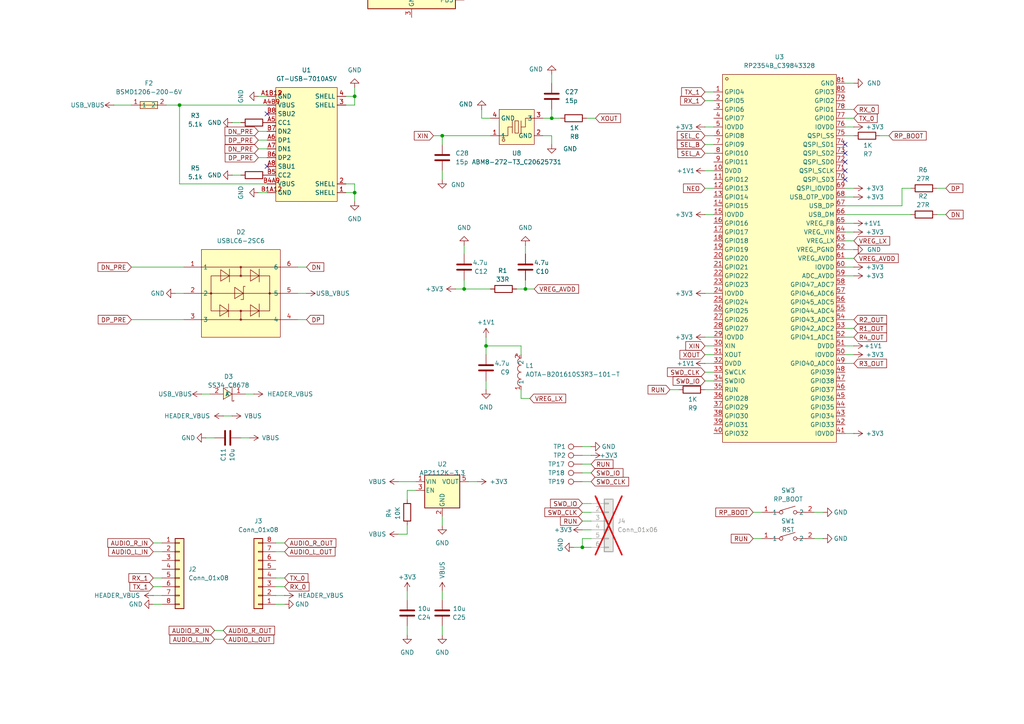
<source format=kicad_sch>
(kicad_sch (version 20250114) (generator "eeschema") (generator_version "9.0")
  (paper "A4")
  (junction (at 504.19 106.68))
  (junction (at 515.62 226.06))
  (junction (at 515.62 170.18))
  (junction (at 102.87 55.88))
  (junction (at 355.6 231.14))
  (junction (at 502.92 214.63))
  (junction (at 168.91 158.75))
  (junction (at 528.32 233.68))
  (junction (at 328.93 106.68))
  (junction (at 516.89 90.17))
  (junction (at 504.19 92.71))
  (junction (at 342.9 144.78))
  (junction (at 341.63 34.29))
  (junction (at 342.9 130.81))
  (junction (at 160.02 34.29))
  (junction (at 342.9 200.66))
  (junction (at 528.32 223.52))
  (junction (at 341.63 48.26))
  (junction (at 516.89 104.14))
  (junction (at 341.63 62.23))
  (junction (at 515.62 212.09))
  (junction (at 330.2 147.32))
  (junction (at 330.2 189.23))
  (junction (at 354.33 106.68))
  (junction (at 502.92 200.66))
  (junction (at 354.33 109.22))
  (junction (at 342.9 228.6))
  (junction (at 504.19 78.74))
  (junction (at 355.6 236.22))
  (junction (at 328.93 50.8))
  (junction (at 341.63 104.14))
  (junction (at 529.59 101.6))
  (junction (at 341.63 6.35))
  (junction (at 342.9 172.72))
  (junction (at 102.87 27.94))
  (junction (at 134.62 83.82))
  (junction (at 504.19 50.8))
  (junction (at 330.2 231.14))
  (junction (at 330.2 203.2))
  (junction (at 328.93 8.89))
  (junction (at 355.6 233.68))
  (junction (at 140.97 100.33))
  (junction (at 516.89 48.26))
  (junction (at 515.62 198.12))
  (junction (at 128.27 39.37))
  (junction (at 152.4 83.82))
  (junction (at 502.92 172.72))
  (junction (at 341.63 20.32))
  (junction (at 529.59 111.76))
  (junction (at 528.32 231.14))
  (junction (at 52.07 30.48))
  (junction (at 529.59 109.22))
  (junction (at 330.2 133.35))
  (junction (at 341.63 76.2))
  (junction (at 342.9 186.69))
  (junction (at 516.89 76.2))
  (junction (at 515.62 156.21))
  (junction (at 330.2 161.29))
  (junction (at 354.33 111.76))
  (junction (at 330.2 175.26))
  (junction (at 502.92 228.6))
  (junction (at 328.93 78.74))
  (junction (at 328.93 36.83))
  (junction (at 328.93 22.86))
  (junction (at 502.92 158.75))
  (junction (at 528.32 228.6))
  (junction (at 328.93 64.77))
  (junction (at 342.9 158.75))
  (junction (at 529.59 106.68))
  (junction (at 516.89 34.29))
  (junction (at 504.19 36.83))
  (no_connect (at 245.11 44.45))
  (no_connect (at 245.11 46.99))
  (no_connect (at 77.47 48.26))
  (no_connect (at 77.47 33.02))
  (no_connect (at 245.11 49.53))
  (no_connect (at 245.11 41.91))
  (no_connect (at 245.11 52.07))
  (wire (pts (xy 341.63 34.29) (xy 422.91 34.29)))
  (wire (pts (xy 515.62 170.18) (xy 500.38 170.18)))
  (wire (pts (xy 140.97 100.33) (xy 151.13 100.33)))
  (wire (pts (xy 591.82 231.14) (xy 589.28 231.14)))
  (wire (pts (xy 128.27 184.15) (xy 128.27 181.61)))
  (wire (pts (xy 151.13 100.33) (xy 151.13 102.87)))
  (wire (pts (xy 342.9 200.66) (xy 327.66 200.66)))
  (wire (pts (xy 247.65 95.25) (xy 245.11 95.25)))
  (wire (pts (xy 332.74 226.06) (xy 330.2 226.06)))
  (wire (pts (xy 330.2 177.8) (xy 327.66 177.8)))
  (wire (pts (xy 128.27 49.53) (xy 128.27 52.07)))
  (wire (pts (xy 355.6 226.06) (xy 355.6 231.14)))
  (wire (pts (xy 528.32 233.68) (xy 530.86 233.68)))
  (wire (pts (xy 274.32 62.23) (xy 271.78 62.23)))
  (wire (pts (xy 342.9 228.6) (xy 358.14 228.6)))
  (wire (pts (xy 513.08 153.67) (xy 515.62 153.67)))
  (wire (pts (xy 344.17 62.23) (xy 341.63 62.23)))
  (wire (pts (xy 358.14 218.44) (xy 345.44 218.44)))
  (wire (pts (xy 356.87 96.52) (xy 341.63 96.52)))
  (wire (pts (xy 261.62 -39.37) (xy 261.62 -36.83)))
  (wire (pts (xy 342.9 144.78) (xy 327.66 144.78)))
  (wire (pts (xy 506.73 87.63) (xy 504.19 87.63)))
  (wire (pts (xy 342.9 186.69) (xy 327.66 186.69)))
  (wire (pts (xy 236.22 148.59) (xy 238.76 148.59)))
  (wire (pts (xy 502.92 217.17) (xy 500.38 217.17)))
  (wire (pts (xy 261.62 -78.74) (xy 261.62 -76.2)))
  (wire (pts (xy 500.38 226.06) (xy 515.62 226.06)))
  (wire (pts (xy 44.45 157.48) (xy 46.99 157.48)))
  (wire (pts (xy 247.65 100.33) (xy 245.11 100.33)))
  (wire (pts (xy 514.35 45.72) (xy 516.89 45.72)))
  (wire (pts (xy 328.93 101.6) (xy 328.93 106.68)))
  (wire (pts (xy 250.19 -49.53) (xy 250.19 -46.99)))
  (wire (pts (xy 284.48 -68.58) (xy 284.48 -66.04)))
  (wire (pts (xy 330.2 175.26) (xy 327.66 175.26)))
  (wire (pts (xy 356.87 101.6) (xy 354.33 101.6)))
  (wire (pts (xy 355.6 236.22) (xy 358.14 236.22)))
  (wire (pts (xy 204.47 100.33) (xy 207.01 100.33)))
  (wire (pts (xy 160.02 39.37) (xy 157.48 39.37)))
  (wire (pts (xy 603.25 48.26) (xy 603.25 99.06)))
  (wire (pts (xy 250.19 -78.74) (xy 250.19 -76.2)))
  (wire (pts (xy 516.89 48.26) (xy 603.25 48.26)))
  (wire (pts (xy 341.63 6.35) (xy 427.99 6.35)))
  (wire (pts (xy 261.62 -68.58) (xy 261.62 -66.04)))
  (wire (pts (xy 529.59 114.3) (xy 529.59 111.76)))
  (wire (pts (xy 514.35 101.6) (xy 516.89 101.6)))
  (wire (pts (xy 128.27 173.99) (xy 128.27 171.45)))
  (wire (pts (xy 102.87 30.48) (xy 102.87 27.94)))
  (wire (pts (xy 332.74 198.12) (xy 330.2 198.12)))
  (wire (pts (xy 590.55 96.52) (xy 593.09 96.52)))
  (wire (pts (xy 245.11 59.69) (xy 261.62 59.69)))
  (wire (pts (xy 505.46 209.55) (xy 502.92 209.55)))
  (wire (pts (xy 627.38 200.66) (xy 627.38 205.74)))
  (wire (pts (xy 247.65 80.01) (xy 245.11 80.01)))
  (wire (pts (xy 529.59 109.22) (xy 532.13 109.22)))
  (wire (pts (xy 204.47 26.67) (xy 207.01 26.67)))
  (wire (pts (xy 530.86 228.6) (xy 528.32 228.6)))
  (wire (pts (xy 527.05 215.9) (xy 530.86 215.9)))
  (wire (pts (xy 125.73 39.37) (xy 128.27 39.37)))
  (wire (pts (xy 331.47 22.86) (xy 328.93 22.86)))
  (wire (pts (xy 115.57 139.7) (xy 120.65 139.7)))
  (wire (pts (xy 160.02 34.29) (xy 162.56 34.29)))
  (wire (pts (xy 330.2 170.18) (xy 330.2 175.26)))
  (wire (pts (xy 328.93 17.78) (xy 328.93 22.86)))
  (wire (pts (xy 502.92 167.64) (xy 502.92 172.72)))
  (wire (pts (xy 204.47 39.37) (xy 207.01 39.37)))
  (wire (pts (xy 528.32 236.22) (xy 528.32 233.68)))
  (wire (pts (xy 340.36 156.21) (xy 342.9 156.21)))
  (wire (pts (xy 593.09 109.22) (xy 590.55 109.22)))
  (wire (pts (xy 64.77 182.88) (xy 62.23 182.88)))
  (wire (pts (xy 528.32 218.44) (xy 528.32 223.52)))
  (wire (pts (xy 342.9 130.81) (xy 429.26 130.81)))
  (wire (pts (xy 342.9 172.72) (xy 327.66 172.72)))
  (wire (pts (xy 71.12 114.3) (xy 73.66 114.3)))
  (wire (pts (xy 44.45 160.02) (xy 46.99 160.02)))
  (wire (pts (xy 342.9 128.27) (xy 342.9 130.81)))
  (wire (pts (xy 88.9 77.47) (xy 86.36 77.47)))
  (wire (pts (xy 204.47 107.95) (xy 207.01 107.95)))
  (wire (pts (xy 504.19 109.22) (xy 501.65 109.22)))
  (wire (pts (xy 504.19 87.63) (xy 504.19 92.71)))
  (wire (pts (xy 427.99 6.35) (xy 427.99 104.14)))
  (wire (pts (xy 354.33 114.3) (xy 354.33 111.76)))
  (wire (pts (xy 417.83 111.76) (xy 415.29 111.76)))
  (wire (pts (xy 326.39 104.14) (xy 341.63 104.14)))
  (wire (pts (xy 50.8 85.09) (xy 53.34 85.09)))
  (wire (pts (xy 345.44 186.69) (xy 342.9 186.69)))
  (wire (pts (xy 600.71 76.2) (xy 516.89 76.2)))
  (wire (pts (xy 514.35 87.63) (xy 516.89 87.63)))
  (wire (pts (xy 427.99 104.14) (xy 415.29 104.14)))
  (wire (pts (xy 604.52 223.52) (xy 604.52 156.21)))
  (wire (pts (xy 627.38 213.36) (xy 627.38 215.9)))
  (wire (pts (xy 415.29 101.6) (xy 425.45 101.6)))
  (wire (pts (xy 100.33 55.88) (xy 102.87 55.88)))
  (wire (pts (xy 516.89 73.66) (xy 516.89 76.2)))
  (wire (pts (xy 516.89 101.6) (xy 516.89 104.14)))
  (wire (pts (xy 64.77 120.65) (xy 67.31 120.65)))
  (wire (pts (xy 331.47 101.6) (xy 328.93 101.6)))
  (wire (pts (xy 425.45 101.6) (xy 425.45 20.32)))
  (wire (pts (xy 100.33 27.94) (xy 102.87 27.94)))
  (wire (pts (xy 238.76 -11.43) (xy 238.76 -8.89)))
  (wire (pts (xy 327.66 228.6) (xy 342.9 228.6)))
  (wire (pts (xy 332.74 133.35) (xy 330.2 133.35)))
  (wire (pts (xy 340.36 184.15) (xy 342.9 184.15)))
  (wire (pts (xy 326.39 34.29) (xy 341.63 34.29)))
  (wire (pts (xy 327.66 130.81) (xy 342.9 130.81)))
  (wire (pts (xy 247.65 77.47) (xy 245.11 77.47)))
  (wire (pts (xy 419.1 218.44) (xy 416.56 218.44)))
  (wire (pts (xy 331.47 50.8) (xy 328.93 50.8)))
  (wire (pts (xy 134.62 71.12) (xy 134.62 73.66)))
  (wire (pts (xy 261.62 54.61) (xy 264.16 54.61)))
  (wire (pts (xy 515.62 167.64) (xy 515.62 170.18)))
  (wire (pts (xy 515.62 198.12) (xy 500.38 198.12)))
  (wire (pts (xy 328.93 106.68) (xy 326.39 106.68)))
  (wire (pts (xy 327.66 158.75) (xy 342.9 158.75)))
  (wire (pts (xy 204.47 29.21) (xy 207.01 29.21)))
  (wire (pts (xy 601.98 170.18) (xy 515.62 170.18)))
  (wire (pts (xy 422.91 34.29) (xy 422.91 99.06)))
  (wire (pts (xy 605.79 34.29) (xy 516.89 34.29)))
  (wire (pts (xy 505.46 200.66) (xy 502.92 200.66)))
  (wire (pts (xy 332.74 161.29) (xy 330.2 161.29)))
  (wire (pts (xy 261.62 59.69) (xy 261.62 54.61)))
  (wire (pts (xy 443.23 220.98) (xy 443.23 223.52)))
  (wire (pts (xy 238.76 -21.59) (xy 238.76 -19.05)))
  (wire (pts (xy 502.92 153.67) (xy 502.92 158.75)))
  (wire (pts (xy 628.65 91.44) (xy 628.65 93.98)))
  (wire (pts (xy 354.33 99.06) (xy 356.87 99.06)))
  (wire (pts (xy 529.59 111.76) (xy 532.13 111.76)))
  (wire (pts (xy 339.09 45.72) (xy 341.63 45.72)))
  (wire (pts (xy 529.59 101.6) (xy 532.13 101.6)))
  (wire (pts (xy 330.2 198.12) (xy 330.2 203.2)))
  (wire (pts (xy 529.59 93.98) (xy 532.13 93.98)))
  (wire (pts (xy 118.11 184.15) (xy 118.11 181.61)))
  (wire (pts (xy 245.11 72.39) (xy 247.65 72.39)))
  (wire (pts (xy 514.35 31.75) (xy 516.89 31.75)))
  (wire (pts (xy 204.47 102.87) (xy 207.01 102.87)))
  (wire (pts (xy 140.97 97.79) (xy 140.97 100.33)))
  (wire (pts (xy 74.93 43.18) (xy 77.47 43.18)))
  (wire (pts (xy 138.43 139.7) (xy 135.89 139.7)))
  (wire (pts (xy 589.28 226.06) (xy 599.44 226.06)))
  (wire (pts (xy 515.62 226.06) (xy 530.86 226.06)))
  (wire (pts (xy 506.73 78.74) (xy 504.19 78.74)))
  (wire (pts (xy 250.19 -21.59) (xy 250.19 -19.05)))
  (wire (pts (xy 247.65 31.75) (xy 245.11 31.75)))
  (wire (pts (xy 441.96 90.17) (xy 441.96 92.71)))
  (wire (pts (xy 358.14 226.06) (xy 355.6 226.06)))
  (wire (pts (xy 261.62 -49.53) (xy 261.62 -46.99)))
  (wire (pts (xy 171.45 132.08) (xy 168.91 132.08)))
  (wire (pts (xy 328.93 8.89) (xy 326.39 8.89)))
  (wire (pts (xy 330.2 184.15) (xy 330.2 189.23)))
  (wire (pts (xy 339.09 59.69) (xy 341.63 59.69)))
  (wire (pts (xy 501.65 90.17) (xy 516.89 90.17)))
  (wire (pts (xy 204.47 54.61) (xy 207.01 54.61)))
  (wire (pts (xy 504.19 101.6) (xy 504.19 106.68)))
  (wire (pts (xy 590.55 101.6) (xy 605.79 101.6)))
  (wire (pts (xy 421.64 172.72) (xy 342.9 172.72)))
  (wire (pts (xy 330.2 191.77) (xy 327.66 191.77)))
  (wire (pts (xy 593.09 93.98) (xy 590.55 93.98)))
  (wire (pts (xy 151.13 115.57) (xy 151.13 113.03)))
  (wire (pts (xy 204.47 49.53) (xy 207.01 49.53)))
  (wire (pts (xy 342.9 158.75) (xy 424.18 158.75)))
  (wire (pts (xy 515.62 209.55) (xy 515.62 212.09)))
  (wire (pts (xy 530.86 218.44) (xy 528.32 218.44)))
  (wire (pts (xy 238.76 -78.74) (xy 238.76 -76.2)))
  (wire (pts (xy 617.22 91.44) (xy 617.22 93.98)))
  (wire (pts (xy 341.63 48.26) (xy 326.39 48.26)))
  (wire (pts (xy 506.73 92.71) (xy 504.19 92.71)))
  (wire (pts (xy 342.9 170.18) (xy 342.9 172.72)))
  (wire (pts (xy 74.93 38.1) (xy 77.47 38.1)))
  (wire (pts (xy 52.07 53.34) (xy 52.07 30.48)))
  (wire (pts (xy 332.74 147.32) (xy 330.2 147.32)))
  (wire (pts (xy 331.47 73.66) (xy 328.93 73.66)))
  (wire (pts (xy 328.93 73.66) (xy 328.93 78.74)))
  (wire (pts (xy 505.46 228.6) (xy 502.92 228.6)))
  (wire (pts (xy 331.47 8.89) (xy 328.93 8.89)))
  (wire (pts (xy 328.93 81.28) (xy 326.39 81.28)))
  (wire (pts (xy 64.77 185.42) (xy 62.23 185.42)))
  (wire (pts (xy 330.2 189.23) (xy 327.66 189.23)))
  (wire (pts (xy 342.9 184.15) (xy 342.9 186.69)))
  (wire (pts (xy 506.73 73.66) (xy 504.19 73.66)))
  (wire (pts (xy 330.2 133.35) (xy 327.66 133.35)))
  (wire (pts (xy 245.11 24.13) (xy 247.65 24.13)))
  (wire (pts (xy 342.9 142.24) (xy 342.9 144.78)))
  (wire (pts (xy 332.74 184.15) (xy 330.2 184.15)))
  (wire (pts (xy 419.1 231.14) (xy 416.56 231.14)))
  (wire (pts (xy 328.93 78.74) (xy 326.39 78.74)))
  (wire (pts (xy 118.11 173.99) (xy 118.11 171.45)))
  (wire (pts (xy 88.9 92.71) (xy 86.36 92.71)))
  (wire (pts (xy 599.44 198.12) (xy 515.62 198.12)))
  (wire (pts (xy 204.47 85.09) (xy 207.01 85.09)))
  (wire (pts (xy 502.92 214.63) (xy 500.38 214.63)))
  (wire (pts (xy 502.92 223.52) (xy 502.92 228.6)))
  (wire (pts (xy 342.9 226.06) (xy 342.9 228.6)))
  (wire (pts (xy 354.33 109.22) (xy 356.87 109.22)))
  (wire (pts (xy 330.2 163.83) (xy 327.66 163.83)))
  (wire (pts (xy 330.2 203.2) (xy 327.66 203.2)))
  (wire (pts (xy 501.65 104.14) (xy 516.89 104.14)))
  (wire (pts (xy 102.87 27.94) (xy 102.87 25.4)))
  (wire (pts (xy 247.65 36.83) (xy 245.11 36.83)))
  (wire (pts (xy 168.91 158.75) (xy 171.45 158.75)))
  (wire (pts (xy 284.48 -78.74) (xy 284.48 -76.2)))
  (wire (pts (xy 115.57 154.94) (xy 118.11 154.94)))
  (wire (pts (xy 516.89 76.2) (xy 501.65 76.2)))
  (wire (pts (xy 340.36 226.06) (xy 342.9 226.06)))
  (wire (pts (xy 589.28 220.98) (xy 601.98 220.98)))
  (wire (pts (xy 236.22 156.21) (xy 238.76 156.21)))
  (wire (pts (xy 238.76 -39.37) (xy 238.76 -36.83)))
  (wire (pts (xy 454.66 208.28) (xy 454.66 213.36)))
  (wire (pts (xy 416.56 220.98) (xy 421.64 220.98)))
  (wire (pts (xy 340.36 128.27) (xy 342.9 128.27)))
  (wire (pts (xy 168.91 156.21) (xy 168.91 158.75)))
  (wire (pts (xy 261.62 -11.43) (xy 261.62 -8.89)))
  (wire (pts (xy 273.05 -78.74) (xy 273.05 -76.2)))
  (wire (pts (xy 273.05 -68.58) (xy 273.05 -66.04)))
  (wire (pts (xy 355.6 231.14) (xy 355.6 233.68)))
  (wire (pts (xy 204.47 41.91) (xy 207.01 41.91)))
  (wire (pts (xy 341.63 45.72) (xy 341.63 48.26)))
  (wire (pts (xy 341.63 76.2) (xy 326.39 76.2)))
  (wire (pts (xy 527.05 99.06) (xy 532.13 99.06)))
  (wire (pts (xy 504.19 78.74) (xy 501.65 78.74)))
  (wire (pts (xy 331.47 36.83) (xy 328.93 36.83)))
  (wire (pts (xy 330.2 149.86) (xy 327.66 149.86)))
  (wire (pts (xy 139.7 34.29) (xy 142.24 34.29)))
  (wire (pts (xy 328.93 67.31) (xy 326.39 67.31)))
  (wire (pts (xy 506.73 106.68) (xy 504.19 106.68)))
  (wire (pts (xy 204.47 97.79) (xy 207.01 97.79)))
  (wire (pts (xy 204.47 36.83) (xy 207.01 36.83)))
  (wire (pts (xy 139.7 31.75) (xy 139.7 34.29)))
  (wire (pts (xy 274.32 54.61) (xy 271.78 54.61)))
  (wire (pts (xy 204.47 62.23) (xy 207.01 62.23)))
  (wire (pts (xy 354.33 111.76) (xy 354.33 109.22)))
  (wire (pts (xy 168.91 151.13) (xy 171.45 151.13)))
  (wire (pts (xy 505.46 214.63) (xy 502.92 214.63)))
  (wire (pts (xy 328.93 39.37) (xy 326.39 39.37)))
  (wire (pts (xy 502.92 200.66) (xy 500.38 200.66)))
  (wire (pts (xy 356.87 106.68) (xy 354.33 106.68)))
  (wire (pts (xy 168.91 153.67) (xy 171.45 153.67)))
  (wire (pts (xy 426.72 226.06) (xy 426.72 144.78)))
  (wire (pts (xy 247.65 125.73) (xy 245.11 125.73)))
  (wire (pts (xy 160.02 41.91) (xy 160.02 39.37)))
  (wire (pts (xy 328.93 3.81) (xy 328.93 8.89)))
  (wire (pts (xy 528.32 223.52) (xy 530.86 223.52)))
  (wire (pts (xy 247.65 92.71) (xy 245.11 92.71)))
  (wire (pts (xy 328.93 22.86) (xy 326.39 22.86)))
  (wire (pts (xy 604.52 156.21) (xy 515.62 156.21)))
  (wire (pts (xy 528.32 231.14) (xy 530.86 231.14)))
  (wire (pts (xy 247.65 74.93) (xy 245.11 74.93)))
  (wire (pts (xy 132.08 83.82) (xy 134.62 83.82)))
  (wire (pts (xy 504.19 81.28) (xy 501.65 81.28)))
  (wire (pts (xy 134.62 83.82) (xy 142.24 83.82)))
  (wire (pts (xy 331.47 17.78) (xy 328.93 17.78)))
  (wire (pts (xy 502.92 161.29) (xy 500.38 161.29)))
  (wire (pts (xy 328.93 53.34) (xy 326.39 53.34)))
  (wire (pts (xy 171.45 134.62) (xy 168.91 134.62)))
  (wire (pts (xy 74.93 40.64) (xy 77.47 40.64)))
  (wire (pts (xy 328.93 11.43) (xy 326.39 11.43)))
  (wire (pts (xy 140.97 102.87) (xy 140.97 100.33)))
  (wire (pts (xy 504.19 53.34) (xy 501.65 53.34)))
  (wire (pts (xy 341.63 101.6) (xy 341.63 104.14)))
  (wire (pts (xy 415.29 96.52) (xy 420.37 96.52)))
  (wire (pts (xy 245.11 39.37) (xy 247.65 39.37)))
  (wire (pts (xy 332.74 203.2) (xy 330.2 203.2)))
  (wire (pts (xy 515.62 156.21) (xy 500.38 156.21)))
  (wire (pts (xy 328.93 36.83) (xy 326.39 36.83)))
  (wire (pts (xy 331.47 3.81) (xy 328.93 3.81)))
  (wire (pts (xy 355.6 238.76) (xy 355.6 236.22)))
  (wire (pts (xy 332.74 142.24) (xy 330.2 142.24)))
  (wire (pts (xy 340.36 170.18) (xy 342.9 170.18)))
  (wire (pts (xy 171.45 139.7) (xy 168.91 139.7)))
  (wire (pts (xy 417.83 109.22) (xy 415.29 109.22)))
  (wire (pts (xy 171.45 137.16) (xy 168.91 137.16)))
  (wire (pts (xy 332.74 231.14) (xy 330.2 231.14)))
  (wire (pts (xy 82.55 172.72) (xy 80.01 172.72)))
  (wire (pts (xy 354.33 111.76) (xy 356.87 111.76)))
  (wire (pts (xy 615.95 213.36) (xy 615.95 215.9)))
  (wire (pts (xy 354.33 101.6) (xy 354.33 106.68)))
  (wire (pts (xy 514.35 73.66) (xy 516.89 73.66)))
  (wire (pts (xy 82.55 167.64) (xy 80.01 167.64)))
  (wire (pts (xy 330.2 156.21) (xy 330.2 161.29)))
  (wire (pts (xy 593.09 91.44) (xy 593.09 93.98)))
  (wire (pts (xy 77.47 27.94) (xy 74.93 27.94)))
  (wire (pts (xy 341.63 17.78) (xy 341.63 20.32)))
  (wire (pts (xy 245.11 67.31) (xy 247.65 67.31)))
  (wire (pts (xy 603.25 99.06) (xy 590.55 99.06)))
  (wire (pts (xy 345.44 218.44) (xy 345.44 186.69)))
  (wire (pts (xy 44.45 170.18) (xy 46.99 170.18)))
  (wire (pts (xy 419.1 233.68) (xy 416.56 233.68)))
  (wire (pts (xy 600.71 104.14) (xy 600.71 76.2)))
  (wire (pts (xy 58.42 114.3) (xy 60.96 114.3)))
  (wire (pts (xy 424.18 158.75) (xy 424.18 223.52)))
  (wire (pts (xy 168.91 146.05) (xy 171.45 146.05)))
  (wire (pts (xy 341.63 3.81) (xy 341.63 6.35)))
  (wire (pts (xy 505.46 223.52) (xy 502.92 223.52)))
  (wire (pts (xy 332.74 175.26) (xy 330.2 175.26)))
  (wire (pts (xy 82.55 160.02) (xy 80.01 160.02)))
  (wire (pts (xy 529.59 90.17) (xy 529.59 93.98)))
  (wire (pts (xy 593.09 106.68) (xy 590.55 106.68)))
  (wire (pts (xy 330.2 142.24) (xy 330.2 147.32)))
  (wire (pts (xy 332.74 156.21) (xy 330.2 156.21)))
  (wire (pts (xy 69.85 35.56) (xy 67.31 35.56)))
  (wire (pts (xy 419.1 215.9) (xy 419.1 218.44)))
  (wire (pts (xy 247.65 64.77) (xy 245.11 64.77)))
  (wire (pts (xy 504.19 50.8) (xy 501.65 50.8)))
  (wire (pts (xy 100.33 53.34) (xy 102.87 53.34)))
  (wire (pts (xy 420.37 48.26) (xy 341.63 48.26)))
  (wire (pts (xy 454.66 220.98) (xy 454.66 223.52)))
  (wire (pts (xy 506.73 36.83) (xy 504.19 36.83)))
  (wire (pts (xy 506.73 45.72) (xy 504.19 45.72)))
  (wire (pts (xy 515.62 212.09) (xy 527.05 212.09)))
  (wire (pts (xy 218.44 156.21) (xy 220.98 156.21)))
  (wire (pts (xy 515.62 153.67) (xy 515.62 156.21)))
  (wire (pts (xy 273.05 -49.53) (xy 273.05 -46.99)))
  (wire (pts (xy 44.45 167.64) (xy 46.99 167.64)))
  (wire (pts (xy 340.36 142.24) (xy 342.9 142.24)))
  (wire (pts (xy 330.2 135.89) (xy 327.66 135.89)))
  (wire (pts (xy 504.19 36.83) (xy 501.65 36.83)))
  (wire (pts (xy 515.62 195.58) (xy 515.62 198.12)))
  (wire (pts (xy 247.65 69.85) (xy 245.11 69.85)))
  (wire (pts (xy 204.47 44.45) (xy 207.01 44.45)))
  (wire (pts (xy 341.63 20.32) (xy 326.39 20.32)))
  (wire (pts (xy 332.74 189.23) (xy 330.2 189.23)))
  (wire (pts (xy 250.19 -11.43) (xy 250.19 -8.89)))
  (wire (pts (xy 419.1 236.22) (xy 416.56 236.22)))
  (wire (pts (xy 500.38 212.09) (xy 515.62 212.09)))
  (wire (pts (xy 504.19 73.66) (xy 504.19 78.74)))
  (wire (pts (xy 153.67 115.57) (xy 151.13 115.57)))
  (wire (pts (xy 354.33 106.68) (xy 354.33 109.22)))
  (wire (pts (xy 168.91 148.59) (xy 171.45 148.59)))
  (wire (pts (xy 591.82 215.9) (xy 589.28 215.9)))
  (wire (pts (xy 341.63 73.66) (xy 341.63 76.2)))
  (wire (pts (xy 628.65 78.74) (xy 628.65 83.82)))
  (wire (pts (xy 605.79 101.6) (xy 605.79 34.29)))
  (wire (pts (xy 332.74 128.27) (xy 330.2 128.27)))
  (wire (pts (xy 502.92 172.72) (xy 500.38 172.72)))
  (wire (pts (xy 330.2 226.06) (xy 330.2 231.14)))
  (wire (pts (xy 339.09 31.75) (xy 341.63 31.75)))
  (wire (pts (xy 48.26 30.48) (xy 52.07 30.48)))
  (wire (pts (xy 420.37 96.52) (xy 420.37 48.26)))
  (wire (pts (xy 250.19 -68.58) (xy 250.19 -66.04)))
  (wire (pts (xy 591.82 218.44) (xy 589.28 218.44)))
  (wire (pts (xy 617.22 81.28) (xy 617.22 83.82)))
  (wire (pts (xy 528.32 233.68) (xy 528.32 231.14)))
  (wire (pts (xy 157.48 34.29) (xy 160.02 34.29)))
  (wire (pts (xy 502.92 175.26) (xy 500.38 175.26)))
  (wire (pts (xy 330.2 147.32) (xy 327.66 147.32)))
  (wire (pts (xy 593.09 111.76) (xy 590.55 111.76)))
  (wire (pts (xy 417.83 91.44) (xy 417.83 93.98)))
  (wire (pts (xy 331.47 106.68) (xy 328.93 106.68)))
  (wire (pts (xy 615.95 203.2) (xy 615.95 205.74)))
  (wire (pts (xy 516.89 31.75) (xy 516.89 34.29)))
  (wire (pts (xy 128.27 152.4) (xy 128.27 149.86)))
  (wire (pts (xy 152.4 81.28) (xy 152.4 83.82)))
  (wire (pts (xy 204.47 105.41) (xy 207.01 105.41)))
  (wire (pts (xy 589.28 223.52) (xy 604.52 223.52)))
  (wire (pts (xy 328.93 109.22) (xy 326.39 109.22)))
  (wire (pts (xy 443.23 210.82) (xy 443.23 213.36)))
  (wire (pts (xy 502.92 231.14) (xy 500.38 231.14)))
  (wire (pts (xy 505.46 172.72) (xy 502.92 172.72)))
  (wire (pts (xy 331.47 31.75) (xy 328.93 31.75)))
  (wire (pts (xy 128.27 39.37) (xy 142.24 39.37)))
  (wire (pts (xy 160.02 21.59) (xy 160.02 24.13)))
  (wire (pts (xy 238.76 -49.53) (xy 238.76 -46.99)))
  (wire (pts (xy 591.82 233.68) (xy 589.28 233.68)))
  (wire (pts (xy 339.09 101.6) (xy 341.63 101.6)))
  (wire (pts (xy 341.63 62.23) (xy 326.39 62.23)))
  (wire (pts (xy 505.46 153.67) (xy 502.92 153.67)))
  (wire (pts (xy 273.05 -39.37) (xy 273.05 -36.83)))
  (wire (pts (xy 529.59 101.6) (xy 529.59 106.68)))
  (wire (pts (xy 416.56 226.06) (xy 426.72 226.06)))
  (wire (pts (xy 331.47 59.69) (xy 328.93 59.69)))
  (wire (pts (xy 529.59 111.76) (xy 529.59 109.22)))
  (wire (pts (xy 102.87 55.88) (xy 102.87 58.42)))
  (wire (pts (xy 102.87 53.34) (xy 102.87 55.88)))
  (wire (pts (xy 532.13 96.52) (xy 529.59 96.52)))
  (wire (pts (xy 355.6 236.22) (xy 355.6 233.68)))
  (wire (pts (xy 152.4 83.82) (xy 154.94 83.82)))
  (wire (pts (xy 591.82 213.36) (xy 591.82 215.9)))
  (wire (pts (xy 53.34 77.47) (xy 38.1 77.47)))
  (wire (pts (xy 506.73 31.75) (xy 504.19 31.75)))
  (wire (pts (xy 204.47 113.03) (xy 207.01 113.03)))
  (wire (pts (xy 528.32 223.52) (xy 528.32 228.6)))
  (wire (pts (xy 72.39 127) (xy 69.85 127)))
  (wire (pts (xy 425.45 20.32) (xy 341.63 20.32)))
  (wire (pts (xy 453.39 100.33) (xy 453.39 102.87)))
  (wire (pts (xy 341.63 31.75) (xy 341.63 34.29)))
  (wire (pts (xy 513.08 167.64) (xy 515.62 167.64)))
  (wire (pts (xy 342.9 198.12) (xy 342.9 200.66)))
  (wire (pts (xy 504.19 39.37) (xy 501.65 39.37)))
  (wire (pts (xy 69.85 50.8) (xy 67.31 50.8)))
  (wire (pts (xy 527.05 212.09) (xy 527.05 215.9)))
  (wire (pts (xy 330.2 231.14) (xy 327.66 231.14)))
  (wire (pts (xy 328.93 25.4) (xy 326.39 25.4)))
  (wire (pts (xy 74.93 45.72) (xy 77.47 45.72)))
  (wire (pts (xy 516.89 87.63) (xy 516.89 90.17)))
  (wire (pts (xy 429.26 130.81) (xy 429.26 228.6)))
  (wire (pts (xy 128.27 41.91) (xy 128.27 39.37)))
  (wire (pts (xy 339.09 17.78) (xy 341.63 17.78)))
  (wire (pts (xy 247.65 97.79) (xy 245.11 97.79)))
  (wire (pts (xy 529.59 96.52) (xy 529.59 101.6)))
  (wire (pts (xy 422.91 99.06) (xy 415.29 99.06)))
  (wire (pts (xy 344.17 93.98) (xy 344.17 62.23)))
  (wire (pts (xy 590.55 104.14) (xy 600.71 104.14)))
  (wire (pts (xy 355.6 233.68) (xy 358.14 233.68)))
  (wire (pts (xy 44.45 175.26) (xy 46.99 175.26)))
  (wire (pts (xy 118.11 142.24) (xy 120.65 142.24)))
  (wire (pts (xy 504.19 95.25) (xy 501.65 95.25)))
  (wire (pts (xy 505.46 195.58) (xy 502.92 195.58)))
  (wire (pts (xy 257.81 39.37) (xy 255.27 39.37)))
  (wire (pts (xy 247.65 57.15) (xy 245.11 57.15)))
  (wire (pts (xy 341.63 96.52) (xy 341.63 76.2)))
  (wire (pts (xy 355.6 223.52) (xy 358.14 223.52)))
  (wire (pts (xy 330.2 128.27) (xy 330.2 133.35)))
  (wire (pts (xy 601.98 220.98) (xy 601.98 170.18)))
  (wire (pts (xy 218.44 148.59) (xy 220.98 148.59)))
  (wire (pts (xy 505.46 167.64) (xy 502.92 167.64)))
  (wire (pts (xy 33.02 30.48) (xy 38.1 30.48)))
  (wire (pts (xy 53.34 92.71) (xy 38.1 92.71)))
  (wire (pts (xy 194.31 113.03) (xy 196.85 113.03)))
  (wire (pts (xy 341.63 104.14) (xy 356.87 104.14)))
  (wire (pts (xy 328.93 50.8) (xy 326.39 50.8)))
  (wire (pts (xy 118.11 154.94) (xy 118.11 152.4)))
  (wire (pts (xy 204.47 110.49) (xy 207.01 110.49)))
  (wire (pts (xy 516.89 45.72) (xy 516.89 48.26)))
  (wire (pts (xy 358.14 220.98) (xy 342.9 220.98)))
  (wire (pts (xy 328.93 64.77) (xy 326.39 64.77)))
  (wire (pts (xy 441.96 100.33) (xy 441.96 102.87)))
  (wire (pts (xy 149.86 83.82) (xy 152.4 83.82)))
  (wire (pts (xy 330.2 233.68) (xy 327.66 233.68)))
  (wire (pts (xy 250.19 -39.37) (xy 250.19 -36.83)))
  (wire (pts (xy 504.19 31.75) (xy 504.19 36.83)))
  (wire (pts (xy 453.39 87.63) (xy 453.39 92.71)))
  (wire (pts (xy 599.44 226.06) (xy 599.44 198.12)))
  (wire (pts (xy 339.09 3.81) (xy 341.63 3.81)))
  (wire (pts (xy 170.18 34.29) (xy 172.72 34.29)))
  (wire (pts (xy 332.74 170.18) (xy 330.2 170.18)))
  (wire (pts (xy 342.9 156.21) (xy 342.9 158.75)))
  (wire (pts (xy 429.26 228.6) (xy 416.56 228.6)))
  (wire (pts (xy 88.9 85.09) (xy 86.36 85.09)))
  (wire (pts (xy 342.9 220.98) (xy 342.9 200.66)))
  (wire (pts (xy 339.09 73.66) (xy 341.63 73.66)))
  (wire (pts (xy 505.46 158.75) (xy 502.92 158.75)))
  (wire (pts (xy 356.87 93.98) (xy 344.17 93.98)))
  (wire (pts (xy 118.11 142.24) (xy 118.11 144.78)))
  (wire (pts (xy 529.59 106.68) (xy 529.59 109.22)))
  (wire (pts (xy 525.78 220.98) (xy 530.86 220.98)))
  (wire (pts (xy 502.92 203.2) (xy 500.38 203.2)))
  (wire (pts (xy 516.89 104.14) (xy 532.13 104.14)))
  (wire (pts (xy 166.37 158.75) (xy 168.91 158.75)))
  (wire (pts (xy 417.83 93.98) (xy 415.29 93.98)))
  (wire (pts (xy 513.08 195.58) (xy 515.62 195.58)))
  (wire (pts (xy 328.93 45.72) (xy 328.93 50.8)))
  (wire (pts (xy 77.47 53.34) (xy 52.07 53.34)))
  (wire (pts (xy 417.83 106.68) (xy 415.29 106.68)))
  (wire (pts (xy 160.02 31.75) (xy 160.02 34.29)))
  (wire (pts (xy 516.89 90.17) (xy 529.59 90.17)))
  (wire (pts (xy 261.62 -21.59) (xy 261.62 -19.05)))
  (wire (pts (xy 424.18 223.52) (xy 416.56 223.52)))
  (wire (pts (xy 528.32 228.6) (xy 528.32 231.14)))
  (wire (pts (xy 152.4 71.12) (xy 152.4 73.66)))
  (wire (pts (xy 44.45 172.72) (xy 46.99 172.72)))
  (wire (pts (xy 516.89 34.29) (xy 501.65 34.29)))
  (wire (pts (xy 341.63 59.69) (xy 341.63 62.23)))
  (wire (pts (xy 328.93 59.69) (xy 328.93 64.77)))
  (wire (pts (xy 331.47 64.77) (xy 328.93 64.77)))
  (wire (pts (xy 513.08 223.52) (xy 515.62 223.52)))
  (wire (pts (xy 168.91 129.54) (xy 171.45 129.54)))
  (wire (pts (xy 134.62 81.28) (xy 134.62 83.82)))
  (wire (pts (xy 82.55 157.48) (xy 80.01 157.48)))
  (wire (pts (xy 504.19 92.71) (xy 501.65 92.71)))
  (wire (pts (xy 504.19 106.68) (xy 501.65 106.68)))
  (wire (pts (xy 331.47 78.74) (xy 328.93 78.74)))
  (wire (pts (xy 331.47 45.72) (xy 328.93 45.72)))
  (wire (pts (xy 100.33 30.48) (xy 102.87 30.48)))
  (wire (pts (xy 504.19 45.72) (xy 504.19 50.8)))
  (wire (pts (xy 247.65 105.41) (xy 245.11 105.41)))
  (wire (pts (xy 426.72 144.78) (xy 342.9 144.78)))
  (wire (pts (xy 238.76 -68.58) (xy 238.76 -66.04)))
  (wire (pts (xy 140.97 110.49) (xy 140.97 113.03)))
  (wire (pts (xy 247.65 102.87) (xy 245.11 102.87)))
  (wire (pts (xy 77.47 55.88) (xy 74.93 55.88)))
  (wire (pts (xy 52.07 30.48) (xy 77.47 30.48)))
  (wire (pts (xy 532.13 106.68) (xy 529.59 106.68)))
  (wire (pts (xy 328.93 31.75) (xy 328.93 36.83)))
  (wire (pts (xy 591.82 228.6) (xy 589.28 228.6)))
  (wire (pts (xy 82.55 170.18) (xy 80.01 170.18)))
  (wire (pts (xy 247.65 54.61) (xy 245.11 54.61)))
  (wire (pts (xy 245.11 62.23) (xy 264.16 62.23)))
  (wire (pts (xy 502.92 228.6) (xy 500.38 228.6)))
  (wire (pts (xy 502.92 158.75) (xy 500.38 158.75)))
  (wire (pts (xy 421.64 220.98) (xy 421.64 172.72)))
  (wire (pts (xy 502.92 195.58) (xy 502.92 200.66)))
  (wire (pts (xy 506.73 101.6) (xy 504.19 101.6)))
  (wire (pts (xy 515.62 223.52) (xy 515.62 226.06)))
  (wire (pts (xy 506.73 50.8) (xy 504.19 50.8)))
  (wire (pts (xy 501.65 48.26) (xy 516.89 48.26)))
  (wire (pts (xy 502.92 209.55) (xy 502.92 214.63)))
  (wire (pts (xy 330.2 205.74) (xy 327.66 205.74)))
  (wire (pts (xy 82.55 175.26) (xy 80.01 175.26)))
  (wire (pts (xy 247.65 34.29) (xy 245.11 34.29)))
  (wire (pts (xy 340.36 198.12) (xy 342.9 198.12)))
  (wire (pts (xy 513.08 209.55) (xy 515.62 209.55)))
  (wire (pts (xy 326.39 6.35) (xy 341.63 6.35)))
  (wire (pts (xy 62.23 127) (xy 59.69 127)))
  (wire (pts (xy 171.45 156.21) (xy 168.91 156.21)))
  (wire (pts (xy 330.2 161.29) (xy 327.66 161.29)))
  (wire (pts (xy 358.14 231.14) (xy 355.6 231.14)))
  (global_label "RUN" (shape input) (at 171.45 134.62 0) (property "Intersheetrefs" "${INTERSHEET_REFS}" (effects (hide yes))))
  (global_label "RUN" (shape input) (at 168.91 151.13 180) (property "Intersheetrefs" "${INTERSHEET_REFS}" (effects (hide yes))))
  (global_label "R3_OUT" (shape input) (at 247.65 105.41 0) (property "Intersheetrefs" "${INTERSHEET_REFS}" (effects (hide yes))))
  (global_label "DN_PRE" (shape input) (at 74.93 43.18 180) (property "Intersheetrefs" "${INTERSHEET_REFS}" (effects (hide yes))))
  (global_label "R1_OUT" (shape input) (at 354.33 99.06 180) (property "Intersheetrefs" "${INTERSHEET_REFS}" (effects (hide yes))))
  (global_label "SEL_B" (shape input) (at 419.1 233.68 0) (property "Intersheetrefs" "${INTERSHEET_REFS}" (effects (hide yes))))
  (global_label "XOUT" (shape input) (at 172.72 34.29 0) (property "Intersheetrefs" "${INTERSHEET_REFS}" (effects (hide yes))))
  (global_label "SEL_C" (shape input) (at 417.83 111.76 0) (property "Intersheetrefs" "${INTERSHEET_REFS}" (effects (hide yes))))
  (global_label "AUDIO_R_IN" (shape input) (at 44.45 157.48 180) (property "Intersheetrefs" "${INTERSHEET_REFS}" (effects (hide yes))))
  (global_label "AUDIO_R_OUT" (shape input) (at 82.55 157.48 0) (property "Intersheetrefs" "${INTERSHEET_REFS}" (effects (hide yes))))
  (global_label "DN" (shape input) (at 274.32 62.23 0) (property "Intersheetrefs" "${INTERSHEET_REFS}" (effects (hide yes))))
  (global_label "DP" (shape input) (at 274.32 54.61 0) (property "Intersheetrefs" "${INTERSHEET_REFS}" (effects (hide yes))))
  (global_label "VREG_LX" (shape input) (at 247.65 69.85 0) (property "Intersheetrefs" "${INTERSHEET_REFS}" (effects (hide yes))))
  (global_label "TX_1" (shape input) (at 204.47 26.67 180) (property "Intersheetrefs" "${INTERSHEET_REFS}" (effects (hide yes))))
  (global_label "DP_PRE" (shape input) (at 38.1 92.71 180) (property "Intersheetrefs" "${INTERSHEET_REFS}" (effects (hide yes))))
  (global_label "SEL_B" (shape input) (at 591.82 231.14 0) (property "Intersheetrefs" "${INTERSHEET_REFS}" (effects (hide yes))))
  (global_label "SWD_CLK" (shape input) (at 171.45 139.7 0) (property "Intersheetrefs" "${INTERSHEET_REFS}" (effects (hide yes))))
  (global_label "VREG_LX" (shape input) (at 153.67 115.57 0) (property "Intersheetrefs" "${INTERSHEET_REFS}" (effects (hide yes))))
  (global_label "SWD_IO" (shape input) (at 171.45 137.16 0) (property "Intersheetrefs" "${INTERSHEET_REFS}" (effects (hide yes))))
  (global_label "DN_PRE" (shape input) (at 74.93 38.1 180) (property "Intersheetrefs" "${INTERSHEET_REFS}" (effects (hide yes))))
  (global_label "R4_OUT" (shape input) (at 247.65 97.79 0) (property "Intersheetrefs" "${INTERSHEET_REFS}" (effects (hide yes))))
  (global_label "R4_OUT" (shape input) (at 525.78 220.98 180) (property "Intersheetrefs" "${INTERSHEET_REFS}" (effects (hide yes))))
  (global_label "RX_1" (shape input) (at 44.45 167.64 180) (property "Intersheetrefs" "${INTERSHEET_REFS}" (effects (hide yes))))
  (global_label "DP_PRE" (shape input) (at 74.93 45.72 180) (property "Intersheetrefs" "${INTERSHEET_REFS}" (effects (hide yes))))
  (global_label "DN" (shape input) (at 88.9 77.47 0) (property "Intersheetrefs" "${INTERSHEET_REFS}" (effects (hide yes))))
  (global_label "SEL_C" (shape input) (at 419.1 236.22 0) (property "Intersheetrefs" "${INTERSHEET_REFS}" (effects (hide yes))))
  (global_label "RUN" (shape input) (at 194.31 113.03 180) (property "Intersheetrefs" "${INTERSHEET_REFS}" (effects (hide yes))))
  (global_label "XIN" (shape input) (at 125.73 39.37 180) (property "Intersheetrefs" "${INTERSHEET_REFS}" (effects (hide yes))))
  (global_label "SEL_B" (shape input) (at 417.83 109.22 0) (property "Intersheetrefs" "${INTERSHEET_REFS}" (effects (hide yes))))
  (global_label "AUDIO_R_IN" (shape input) (at 62.23 182.88 180) (property "Intersheetrefs" "${INTERSHEET_REFS}" (effects (hide yes))))
  (global_label "DN_PRE" (shape input) (at 38.1 77.47 180) (property "Intersheetrefs" "${INTERSHEET_REFS}" (effects (hide yes))))
  (global_label "TX_0" (shape input) (at 247.65 34.29 0) (property "Intersheetrefs" "${INTERSHEET_REFS}" (effects (hide yes))))
  (global_label "RX_0" (shape input) (at 82.55 170.18 0) (property "Intersheetrefs" "${INTERSHEET_REFS}" (effects (hide yes))))
  (global_label "VREG_AVDD" (shape input) (at 247.65 74.93 0) (property "Intersheetrefs" "${INTERSHEET_REFS}" (effects (hide yes))))
  (global_label "R2_OUT" (shape input) (at 247.65 92.71 0) (property "Intersheetrefs" "${INTERSHEET_REFS}" (effects (hide yes))))
  (global_label "RX_0" (shape input) (at 247.65 31.75 0) (property "Intersheetrefs" "${INTERSHEET_REFS}" (effects (hide yes))))
  (global_label "TX_1" (shape input) (at 44.45 170.18 180) (property "Intersheetrefs" "${INTERSHEET_REFS}" (effects (hide yes))))
  (global_label "SEL_C" (shape input) (at 593.09 111.76 0) (property "Intersheetrefs" "${INTERSHEET_REFS}" (effects (hide yes))))
  (global_label "SEL_B" (shape input) (at 593.09 109.22 0) (property "Intersheetrefs" "${INTERSHEET_REFS}" (effects (hide yes))))
  (global_label "SEL_A" (shape input) (at 417.83 106.68 0) (property "Intersheetrefs" "${INTERSHEET_REFS}" (effects (hide yes))))
  (global_label "RUN" (shape input) (at 218.44 156.21 180) (property "Intersheetrefs" "${INTERSHEET_REFS}" (effects (hide yes))))
  (global_label "SWD_IO" (shape input) (at 168.91 146.05 180) (property "Intersheetrefs" "${INTERSHEET_REFS}" (effects (hide yes))))
  (global_label "TX_0" (shape input) (at 82.55 167.64 0) (property "Intersheetrefs" "${INTERSHEET_REFS}" (effects (hide yes))))
  (global_label "XIN" (shape input) (at 204.47 100.33 180) (property "Intersheetrefs" "${INTERSHEET_REFS}" (effects (hide yes))))
  (global_label "AUDIO_R_OUT" (shape input) (at 64.77 182.88 0) (property "Intersheetrefs" "${INTERSHEET_REFS}" (effects (hide yes))))
  (global_label "AUDIO_L_OUT" (shape input) (at 82.55 160.02 0) (property "Intersheetrefs" "${INTERSHEET_REFS}" (effects (hide yes))))
  (global_label "SWD_IO" (shape input) (at 204.47 110.49 180) (property "Intersheetrefs" "${INTERSHEET_REFS}" (effects (hide yes))))
  (global_label "AUDIO_L_IN" (shape input) (at 62.23 185.42 180) (property "Intersheetrefs" "${INTERSHEET_REFS}" (effects (hide yes))))
  (global_label "SEL_A" (shape input) (at 593.09 106.68 0) (property "Intersheetrefs" "${INTERSHEET_REFS}" (effects (hide yes))))
  (global_label "NEO" (shape input) (at 204.47 54.61 180) (property "Intersheetrefs" "${INTERSHEET_REFS}" (effects (hide yes))))
  (global_label "XOUT" (shape input) (at 204.47 102.87 180) (property "Intersheetrefs" "${INTERSHEET_REFS}" (effects (hide yes))))
  (global_label "SWD_CLK" (shape input) (at 168.91 148.59 180) (property "Intersheetrefs" "${INTERSHEET_REFS}" (effects (hide yes))))
  (global_label "SEL_A" (shape input) (at 591.82 228.6 0) (property "Intersheetrefs" "${INTERSHEET_REFS}" (effects (hide yes))))
  (global_label "SEL_C" (shape input) (at 204.47 39.37 180) (property "Intersheetrefs" "${INTERSHEET_REFS}" (effects (hide yes))))
  (global_label "RP_BOOT" (shape input) (at 218.44 148.59 180) (property "Intersheetrefs" "${INTERSHEET_REFS}" (effects (hide yes))))
  (global_label "DP_PRE" (shape input) (at 74.93 40.64 180) (property "Intersheetrefs" "${INTERSHEET_REFS}" (effects (hide yes))))
  (global_label "SEL_C" (shape input) (at 591.82 233.68 0) (property "Intersheetrefs" "${INTERSHEET_REFS}" (effects (hide yes))))
  (global_label "RP_BOOT" (shape input) (at 257.81 39.37 0) (property "Intersheetrefs" "${INTERSHEET_REFS}" (effects (hide yes))))
  (global_label "AUDIO_L_OUT" (shape input) (at 64.77 185.42 0) (property "Intersheetrefs" "${INTERSHEET_REFS}" (effects (hide yes))))
  (global_label "R2_OUT" (shape input) (at 527.05 99.06 180) (property "Intersheetrefs" "${INTERSHEET_REFS}" (effects (hide yes))))
  (global_label "SEL_B" (shape input) (at 204.47 41.91 180) (property "Intersheetrefs" "${INTERSHEET_REFS}" (effects (hide yes))))
  (global_label "DP" (shape input) (at 88.9 92.71 0) (property "Intersheetrefs" "${INTERSHEET_REFS}" (effects (hide yes))))
  (global_label "AUDIO_L_IN" (shape input) (at 44.45 160.02 180) (property "Intersheetrefs" "${INTERSHEET_REFS}" (effects (hide yes))))
  (global_label "SEL_A" (shape input) (at 419.1 231.14 0) (property "Intersheetrefs" "${INTERSHEET_REFS}" (effects (hide yes))))
  (global_label "VREG_AVDD" (shape input) (at 154.94 83.82 0) (property "Intersheetrefs" "${INTERSHEET_REFS}" (effects (hide yes))))
  (global_label "R3_OUT" (shape input) (at 355.6 223.52 180) (property "Intersheetrefs" "${INTERSHEET_REFS}" (effects (hide yes))))
  (global_label "RX_1" (shape input) (at 204.47 29.21 180) (property "Intersheetrefs" "${INTERSHEET_REFS}" (effects (hide yes))))
  (global_label "SWD_CLK" (shape input) (at 204.47 107.95 180) (property "Intersheetrefs" "${INTERSHEET_REFS}" (effects (hide yes))))
  (global_label "SEL_A" (shape input) (at 204.47 44.45 180) (property "Intersheetrefs" "${INTERSHEET_REFS}" (effects (hide yes))))
  (global_label "R1_OUT" (shape input) (at 247.65 95.25 0) (property "Intersheetrefs" "${INTERSHEET_REFS}" (effects (hide yes))))
  (symbol (lib_id "power:GND") (at 238.76 -66.04 0) (mirror y) (unit 1)
    (property "Reference" "#PWR089" (effects (hide yes)))
    (property "Value" "GND" (at 238.76 -60.96 0))
    (property "Description" "Power symbol creates a global label with name \"GND\" , ground" (effects (hide yes)))
  )
  (symbol (lib_id "power:GND") (at 354.33 114.3 0) (unit 1)
    (property "Reference" "#PWR018" (effects (hide yes)))
    (property "Value" "GND" (at 354.33 120.65 0))
    (property "Description" "Power symbol creates a global label with name \"GND\" , ground" (effects (hide yes)))
  )
  (symbol (lib_id "power:GND") (at 67.31 35.56 270) (mirror x) (unit 1)
    (property "Reference" "#PWR023" (effects (hide yes)))
    (property "Value" "GND" (at 62.23 35.56 90))
    (property "Description" "Power symbol creates a global label with name \"GND\" , ground" (effects (hide yes)))
  )
  (symbol (lib_id "power:GND") (at 139.7 31.75 0) (mirror x) (unit 1)
    (property "Reference" "#PWR0139" (effects (hide yes)))
    (property "Value" "GND" (at 135.128 30.226 0))
    (property "Description" "Power symbol creates a global label with name \"GND\" , ground" (effects (hide yes)))
  )
  (symbol (lib_id "Device:R") (at 118.11 148.59 0) (unit 1)
    (property "Reference" "R4" (at 112.776 148.844 90))
    (property "Value" "10K" (at 115.316 148.844 90))
    (property "Footprint" "Resistor_SMD:R_0402_1005Metric" (effects (hide yes)))
    (property "Description" "Resistor" (effects (hide yes)))
  )
  (symbol (lib_id "Regulator_Linear:AP2112K-3.3") (at 128.27 142.24 0) (unit 1)
    (property "Reference" "U2" (at 128.27 134.62 0))
    (property "Value" "AP2112K-3.3" (at 128.27 137.16 0))
    (property "Footprint" "Package_TO_SOT_SMD:SOT-23-5" (effects (hide yes)))
    (property "Datasheet" "https://www.diodes.com/assets/Datasheets/AP2112.pdf" (effects (hide yes)))
    (property "Description" "600mA low dropout linear regulator, with enable pin, 3.8V-6V input voltage range, 3.3V fixed positive output, SOT-23-5" (effects (hide yes)))
  )
  (symbol (lib_id "power:+3V3") (at 328.93 81.28 270) (unit 1)
    (property "Reference" "#PWR05" (effects (hide yes)))
    (property "Value" "+3V3" (at 332.74 81.2801 90) (effects (justify left)))
    (property "Description" "Power symbol creates a global label with name \"+3V3\"" (effects (hide yes)))
  )
  (symbol (lib_id "power:VCC") (at 453.39 87.63 0) (unit 1)
    (property "Reference" "#PWR028" (effects (hide yes)))
    (property "Value" "+3V3" (at 453.39 84.074 90) (effects (justify left)))
    (property "Description" "Power symbol creates a global label with name \"VCC\"" (effects (hide yes)))
  )
  (symbol (lib_id "power:VCC") (at 247.65 36.83 270) (unit 1)
    (property "Reference" "#PWR087" (effects (hide yes)))
    (property "Value" "+3V3" (at 253.746 36.83 90))
    (property "Description" "Power symbol creates a global label with name \"VCC\"" (effects (hide yes)))
  )
  (symbol (lib_id "Connector_Generic:Conn_01x08") (at 74.93 167.64 180) (unit 1)
    (property "Reference" "J3" (at 74.93 151.13 0))
    (property "Value" "Conn_01x08" (at 74.93 153.67 0))
    (property "Footprint" "easyeda2kicad:HDR-SMD_8P-P2.54-H-F-L11.5" (effects (hide yes)))
    (property "Description" "Generic connector, single row, 01x08, script generated (kicad-library-utils/schlib/autogen/connector/)" (effects (hide yes)))
  )
  (symbol (lib_id "power:GND") (at 505.46 158.75 90) (unit 1)
    (property "Reference" "#PWR092" (effects (hide yes)))
    (property "Value" "GND" (at 509.27 158.7501 90) (effects (justify right)))
    (property "Description" "Power symbol creates a global label with name \"GND\" , ground" (effects (hide yes)))
  )
  (symbol (lib_id "power:GND") (at 332.74 133.35 90) (unit 1)
    (property "Reference" "#PWR058" (effects (hide yes)))
    (property "Value" "GND" (at 336.55 133.3501 90) (effects (justify right)))
    (property "Description" "Power symbol creates a global label with name \"GND\" , ground" (effects (hide yes)))
  )
  (symbol (lib_id "power:VBUS") (at 128.27 171.45 0) (unit 1)
    (property "Reference" "#PWR046" (effects (hide yes)))
    (property "Value" "VBUS" (at 128.27 165.354 90))
    (property "Description" "Power symbol creates a global label with name \"VBUS\"" (effects (hide yes)))
  )
  (symbol (lib_id "power:GND") (at 331.47 106.68 90) (unit 1)
    (property "Reference" "#PWR02" (effects (hide yes)))
    (property "Value" "GND" (at 335.28 106.6801 90) (effects (justify right)))
    (property "Description" "Power symbol creates a global label with name \"GND\" , ground" (effects (hide yes)))
  )
  (symbol (lib_id "Device:R") (at 509.27 167.64 270) (unit 1)
    (property "Reference" "R30" (at 519.176 166.116 90))
    (property "Value" "10K" (at 519.176 168.656 90))
    (property "Footprint" "Resistor_SMD:R_0402_1005Metric" (effects (hide yes)))
    (property "Description" "Resistor" (effects (hide yes)))
  )
  (symbol (lib_id "power:+3V3") (at 419.1 215.9 0) (unit 1)
    (property "Reference" "#PWR076" (effects (hide yes)))
    (property "Value" "+3V3" (at 419.1 212.09 0))
    (property "Description" "Power symbol creates a global label with name \"+3V3\"" (effects (hide yes)))
  )
  (symbol (lib_id "power:VCC") (at 247.65 54.61 270) (unit 1)
    (property "Reference" "#PWR086" (effects (hide yes)))
    (property "Value" "+3V3" (at 253.746 54.61 90))
    (property "Description" "Power symbol creates a global label with name \"VCC\"" (effects (hide yes)))
  )
  (symbol (lib_id "power:VBUS") (at 44.45 172.72 90) (unit 1)
    (property "Reference" "#PWR0116" (effects (hide yes)))
    (property "Value" "HEADER_VBUS" (at 40.64 172.7199 90) (effects (justify left)))
    (property "Description" "Power symbol creates a global label with name \"VBUS\"" (effects (hide yes)))
  )
  (symbol (lib_id "power:+3V3") (at 502.92 175.26 270) (unit 1)
    (property "Reference" "#PWR096" (effects (hide yes)))
    (property "Value" "+3V3" (at 506.73 175.2601 90) (effects (justify left)))
    (property "Description" "Power symbol creates a global label with name \"+3V3\"" (effects (hide yes)))
  )
  (symbol (lib_id "easyeda2kicad:CD4051BM96") (at 561.34 102.87 0) (unit 1)
    (property "Reference" "U5" (at 561.34 87.63 0))
    (property "Value" "CD4051BM96" (at 561.34 90.17 0))
    (property "Footprint" "easyeda2kicad:SOIC-16_L9.9-W3.9-P1.27-LS6.0-BL" (effects (hide yes)))
    (property "Datasheet" "https://lcsc.com/product-detail/4000-Series_TI_CD4051BM96_CD4051BM96_C21379.html" (effects (hide yes)))
    (property "LCSC Part" "C21379" (effects (hide yes)))
  )
  (symbol (lib_id "power:GND") (at 50.8 85.09 270) (mirror x) (unit 1)
    (property "Reference" "#PWR0120" (effects (hide yes)))
    (property "Value" "GND" (at 45.72 85.09 90))
    (property "Description" "Power symbol creates a global label with name \"GND\" , ground" (effects (hide yes)))
  )
  (symbol (lib_id "easyeda2kicad:BSMD1206-200-6V") (at 43.18 30.48 0) (unit 1)
    (property "Reference" "F2" (at 43.18 24.13 0))
    (property "Value" "BSMD1206-200-6V" (at 43.18 26.67 0))
    (property "Footprint" "easyeda2kicad:F1206" (effects (hide yes)))
    (property "Datasheet" "https://lcsc.com/product-detail/PTC-Resettable-Fuses_BHFUSE-BSMD1206-200-6V_C883134.html" (effects (hide yes)))
    (property "LCSC Part" "C883134" (effects (hide yes)))
  )
  (symbol (lib_id "Connector:TestPoint") (at 168.91 137.16 90) (unit 1)
    (property "Reference" "TP18" (at 163.83 137.16 90) (effects (justify left)))
    (property "Value" "TestPoint" (effects (hide yes)))
    (property "Footprint" "TestPoint:TestPoint_Pad_D2.5mm" (effects (hide yes)))
    (property "Description" "test point" (effects (hide yes)))
  )
  (symbol (lib_id "power:GND") (at 332.74 231.14 90) (unit 1)
    (property "Reference" "#PWR081" (effects (hide yes)))
    (property "Value" "GND" (at 336.55 231.1401 90) (effects (justify right)))
    (property "Description" "Power symbol creates a global label with name \"GND\" , ground" (effects (hide yes)))
  )
  (symbol (lib_id "power:VBUS") (at 115.57 139.7 90) (unit 1)
    (property "Reference" "#PWR090" (effects (hide yes)))
    (property "Value" "VBUS" (at 109.474 139.7 90))
    (property "Description" "Power symbol creates a global label with name \"VBUS\"" (effects (hide yes)))
  )
  (symbol (lib_id "power:VCC") (at 273.05 -78.74 0) (unit 1)
    (property "Reference" "#PWR0122" (effects (hide yes)))
    (property "Value" "+3V3" (at 273.05 -82.296 90) (effects (justify left)))
    (property "Description" "Power symbol creates a global label with name \"VCC\"" (effects (hide yes)))
  )
  (symbol (lib_id "power:+3V3") (at 504.19 109.22 270) (unit 1)
    (property "Reference" "#PWR055" (effects (hide yes)))
    (property "Value" "+3V3" (at 508 109.2201 90) (effects (justify left)))
    (property "Description" "Power symbol creates a global label with name \"+3V3\"" (effects (hide yes)))
  )
  (symbol (lib_id "power:GND") (at 238.76 -8.89 0) (mirror y) (unit 1)
    (property "Reference" "#PWR0152" (effects (hide yes)))
    (property "Value" "GND" (at 238.76 -3.81 0))
    (property "Description" "Power symbol creates a global label with name \"GND\" , ground" (effects (hide yes)))
  )
  (symbol (lib_id "MCU_Microchip_ATtiny:ATtiny1616-M") (at 119.38 -17.78 0) (unit 1)
    (property "Reference" "U9" (at 121.5233 -41.91 0) (effects (justify left)))
    (property "Value" "ATtiny1616-M" (at 121.5233 -39.37 0) (effects (justify left)))
    (property "Footprint" "Package_DFN_QFN:VQFN-20-1EP_3x3mm_P0.4mm_EP1.7x1.7mm" (effects (hide yes)))
    (property "Datasheet" "http://ww1.microchip.com/downloads/en/DeviceDoc/ATtiny3216_ATtiny1616-data-sheet-40001997B.pdf" (effects (hide yes)))
    (property "Description" "20MHz, 16kB Flash, 2kB SRAM, 256B EEPROM, VQFN-20" (effects (hide yes)))
  )
  (symbol (lib_id "power:+3V3") (at 502.92 203.2 270) (unit 1)
    (property "Reference" "#PWR099" (effects (hide yes)))
    (property "Value" "+3V3" (at 506.73 203.2001 90) (effects (justify left)))
    (property "Description" "Power symbol creates a global label with name \"+3V3\"" (effects (hide yes)))
  )
  (symbol (lib_id "power:GND") (at 74.93 55.88 270) (mirror x) (unit 1)
    (property "Reference" "#PWR022" (effects (hide yes)))
    (property "Value" "GND" (at 69.85 55.88 0))
    (property "Description" "Power symbol creates a global label with name \"GND\" , ground" (effects (hide yes)))
  )
  (symbol (lib_id "power:GND") (at 261.62 -66.04 0) (mirror y) (unit 1)
    (property "Reference" "#PWR0119" (effects (hide yes)))
    (property "Value" "GND" (at 261.62 -60.96 0))
    (property "Description" "Power symbol creates a global label with name \"GND\" , ground" (effects (hide yes)))
  )
  (symbol (lib_id "Device:R") (at 336.55 198.12 270) (unit 1)
    (property "Reference" "R22" (at 346.456 196.596 90))
    (property "Value" "10K" (at 346.456 199.136 90))
    (property "Footprint" "Resistor_SMD:R_0402_1005Metric" (effects (hide yes)))
    (property "Description" "Resistor" (effects (hide yes)))
  )
  (symbol (lib_id "power:GND") (at 505.46 228.6 90) (unit 1)
    (property "Reference" "#PWR0109" (effects (hide yes)))
    (property "Value" "GND" (at 509.27 228.6001 90) (effects (justify right)))
    (property "Description" "Power symbol creates a global label with name \"GND\" , ground" (effects (hide yes)))
  )
  (symbol (lib_id "Connector_Generic:Conn_01x08") (at 52.07 165.1 0) (unit 1)
    (property "Reference" "J2" (at 54.61 165.0999 0) (effects (justify left)))
    (property "Value" "Conn_01x08" (at 54.61 167.6399 0) (effects (justify left)))
    (property "Footprint" "easyeda2kicad:HDR-SMD_8P-P2.54-H-F-L11.5" (effects (hide yes)))
    (property "Description" "Generic connector, single row, 01x08, script generated (kicad-library-utils/schlib/autogen/connector/)" (effects (hide yes)))
  )
  (symbol (lib_id "Device:R") (at 335.28 17.78 270) (unit 1)
    (property "Reference" "R11" (at 345.186 16.256 90))
    (property "Value" "10K" (at 345.186 18.796 90))
    (property "Footprint" "Resistor_SMD:R_0402_1005Metric" (effects (hide yes)))
    (property "Description" "Resistor" (effects (hide yes)))
  )
  (symbol (lib_id "power:GND") (at 454.66 223.52 0) (mirror y) (unit 1)
    (property "Reference" "#PWR038" (effects (hide yes)))
    (property "Value" "GND" (at 454.66 228.6 0))
    (property "Description" "Power symbol creates a global label with name \"GND\" , ground" (effects (hide yes)))
  )
  (symbol (lib_id "Device:C") (at 441.96 96.52 180) (unit 1)
    (property "Reference" "C2" (at 445.77 95.2499 0) (effects (justify right)))
    (property "Value" "100n" (at 445.77 97.7899 0) (effects (justify right)))
    (property "Footprint" "Capacitor_SMD:C_0402_1005Metric" (effects (hide yes)))
    (property "Description" "Unpolarized capacitor" (effects (hide yes)))
  )
  (symbol (lib_id "Device:C") (at 128.27 177.8 0) (unit 1)
    (property "Reference" "C25" (at 135.128 179.07 0) (effects (justify right)))
    (property "Value" "10u" (at 135.128 176.53 0) (effects (justify right)))
    (property "Footprint" "Capacitor_SMD:C_0402_1005Metric" (effects (hide yes)))
    (property "Description" "Unpolarized capacitor" (effects (hide yes)))
  )
  (symbol (lib_id "power:VCC") (at 238.76 -49.53 0) (unit 1)
    (property "Reference" "#PWR0126" (effects (hide yes)))
    (property "Value" "+3V3" (at 238.76 -53.086 90) (effects (justify left)))
    (property "Description" "Power symbol creates a global label with name \"VCC\"" (effects (hide yes)))
  )
  (symbol (lib_id "Device:R") (at 336.55 170.18 270) (unit 1)
    (property "Reference" "R20" (at 346.456 168.656 90))
    (property "Value" "10K" (at 346.456 171.196 90))
    (property "Footprint" "Resistor_SMD:R_0402_1005Metric" (effects (hide yes)))
    (property "Description" "Resistor" (effects (hide yes)))
  )
  (symbol (lib_id "power:GND") (at 506.73 106.68 90) (unit 1)
    (property "Reference" "#PWR053" (effects (hide yes)))
    (property "Value" "GND" (at 510.54 106.6801 90) (effects (justify right)))
    (property "Description" "Power symbol creates a global label with name \"GND\" , ground" (effects (hide yes)))
  )
  (symbol (lib_id "Device:R") (at 73.66 35.56 90) (unit 1)
    (property "Reference" "R3" (at 56.642 33.528 90))
    (property "Value" "5.1k" (at 56.642 36.068 90))
    (property "Footprint" "Resistor_SMD:R_0402_1005Metric" (effects (hide yes)))
    (property "Description" "Resistor" (effects (hide yes)))
  )
  (symbol (lib_id "power:+3V3") (at 502.92 161.29 270) (unit 1)
    (property "Reference" "#PWR093" (effects (hide yes)))
    (property "Value" "+3V3" (at 506.73 161.2901 90) (effects (justify left)))
    (property "Description" "Power symbol creates a global label with name \"+3V3\"" (effects (hide yes)))
  )
  (symbol (lib_id "power:VBUS") (at 58.42 114.3 90) (unit 1)
    (property "Reference" "#PWR091" (effects (hide yes)))
    (property "Value" "USB_VBUS" (at 50.8 114.3 90))
    (property "Description" "Power symbol creates a global label with name \"VBUS\"" (effects (hide yes)))
  )
  (symbol (lib_id "easyeda2kicad:SLSS49E-3") (at 494.03 106.68 180) (unit 1)
    (property "Reference" "H12" (at 487.68 107.9501 0) (effects (justify left)))
    (property "Value" "SLSS49E-3" (at 487.68 105.4101 0) (effects (justify left)))
    (property "Footprint" "easyeda2kicad:SOT-23-3_L2.9-W1.6-P1.90-LS2.8-BR-CW" (effects (hide yes)))
    (property "LCSC Part" "C2904393" (effects (hide yes)))
  )
  (symbol (lib_id "power:VBUS") (at 64.77 120.65 90) (unit 1)
    (property "Reference" "#PWR097" (effects (hide yes)))
    (property "Value" "HEADER_VBUS" (at 60.96 120.6499 90) (effects (justify left)))
    (property "Description" "Power symbol creates a global label with name \"VBUS\"" (effects (hide yes)))
  )
  (symbol (lib_id "power:VCC") (at 247.65 102.87 270) (unit 1)
    (property "Reference" "#PWR082" (effects (hide yes)))
    (property "Value" "+3V3" (at 253.746 102.87 90))
    (property "Description" "Power symbol creates a global label with name \"VCC\"" (effects (hide yes)))
  )
  (symbol (lib_id "power:GND") (at 166.37 158.75 270) (mirror x) (unit 1)
    (property "Reference" "#PWR0138" (effects (hide yes)))
    (property "Value" "GND" (at 162.56 157.988 0))
    (property "Description" "Power symbol creates a global label with name \"GND\" , ground" (effects (hide yes)))
  )
  (symbol (lib_id "power:GND") (at 140.97 113.03 0) (unit 1)
    (property "Reference" "#PWR04" (effects (hide yes)))
    (property "Value" "GND" (at 140.97 118.11 0))
    (property "Description" "Power symbol creates a global label with name \"GND\" , ground" (effects (hide yes)))
  )
  (symbol (lib_id "power:GND") (at 355.6 238.76 0) (unit 1)
    (property "Reference" "#PWR084" (effects (hide yes)))
    (property "Value" "GND" (at 355.6 245.11 0))
    (property "Description" "Power symbol creates a global label with name \"GND\" , ground" (effects (hide yes)))
  )
  (symbol (lib_id "power:GND") (at 506.73 36.83 90) (unit 1)
    (property "Reference" "#PWR036" (effects (hide yes)))
    (property "Value" "GND" (at 510.54 36.8301 90) (effects (justify right)))
    (property "Description" "Power symbol creates a global label with name \"GND\" , ground" (effects (hide yes)))
  )
  (symbol (lib_id "power:GND") (at 261.62 -8.89 0) (unit 1)
    (property "Reference" "#PWR0150" (effects (hide yes)))
    (property "Value" "GND" (at 261.62 -3.81 0))
    (property "Description" "Power symbol creates a global label with name \"GND\" , ground" (effects (hide yes)))
  )
  (symbol (lib_id "power:+3V3") (at 591.82 213.36 0) (unit 1)
    (property "Reference" "#PWR0104" (effects (hide yes)))
    (property "Value" "+3V3" (at 591.82 209.55 0))
    (property "Description" "Power symbol creates a global label with name \"+3V3\"" (effects (hide yes)))
  )
  (symbol (lib_id "Device:C") (at 118.11 177.8 0) (unit 1)
    (property "Reference" "C24" (at 124.968 179.07 0) (effects (justify right)))
    (property "Value" "10u" (at 124.968 176.53 0) (effects (justify right)))
    (property "Footprint" "Capacitor_SMD:C_0402_1005Metric" (effects (hide yes)))
    (property "Description" "Unpolarized capacitor" (effects (hide yes)))
  )
  (symbol (lib_id "power:VCC") (at 204.47 85.09 90) (unit 1)
    (property "Reference" "#PWR078" (effects (hide yes)))
    (property "Value" "+3V3" (at 198.374 85.09 90))
    (property "Description" "Power symbol creates a global label with name \"VCC\"" (effects (hide yes)))
  )
  (symbol (lib_id "Device:C") (at 134.62 77.47 0) (unit 1)
    (property "Reference" "C12" (at 141.478 78.74 0) (effects (justify right)))
    (property "Value" "4.7u" (at 141.478 76.2 0) (effects (justify right)))
    (property "Footprint" "Capacitor_SMD:C_0603_1608Metric" (effects (hide yes)))
    (property "Description" "Unpolarized capacitor" (effects (hide yes)))
  )
  (symbol (lib_id "power:GND") (at 331.47 64.77 90) (unit 1)
    (property "Reference" "#PWR08" (effects (hide yes)))
    (property "Value" "GND" (at 335.28 64.7701 90) (effects (justify right)))
    (property "Description" "Power symbol creates a global label with name \"GND\" , ground" (effects (hide yes)))
  )
  (symbol (lib_id "Device:R") (at 166.37 34.29 90) (unit 1)
    (property "Reference" "R8" (at 166.624 39.624 90))
    (property "Value" "1K" (at 166.624 37.084 90))
    (property "Footprint" "Resistor_SMD:R_0402_1005Metric" (effects (hide yes)))
    (property "Description" "Resistor" (effects (hide yes)))
  )
  (symbol (lib_id "power:VCC") (at 118.11 171.45 0) (unit 1)
    (property "Reference" "#PWR0129" (effects (hide yes)))
    (property "Value" "+3V3" (at 118.11 167.386 0))
    (property "Description" "Power symbol creates a global label with name \"VCC\"" (effects (hide yes)))
  )
  (symbol (lib_id "power:VCC") (at 238.76 -78.74 0) (unit 1)
    (property "Reference" "#PWR088" (effects (hide yes)))
    (property "Value" "+3V3" (at 238.76 -82.296 90) (effects (justify left)))
    (property "Description" "Power symbol creates a global label with name \"VCC\"" (effects (hide yes)))
  )
  (symbol (lib_id "power:GND") (at 441.96 102.87 0) (mirror y) (unit 1)
    (property "Reference" "#PWR026" (effects (hide yes)))
    (property "Value" "GND" (at 441.96 107.95 0))
    (property "Description" "Power symbol creates a global label with name \"GND\" , ground" (effects (hide yes)))
  )
  (symbol (lib_id "easyeda2kicad:GT-USB-7010ASV") (at 90.17 43.18 0) (unit 1)
    (property "Reference" "U1" (at 88.9 20.32 0))
    (property "Value" "GT-USB-7010ASV" (at 88.9 22.86 0))
    (property "Footprint" "easyeda2kicad:USB-C-SMD_G-SWITCH_GT-USB-7010ASV" (effects (hide yes)))
    (property "LCSC Part" "C2988369" (effects (hide yes)))
  )
  (symbol (lib_id "power:+3V3") (at 330.2 233.68 270) (unit 1)
    (property "Reference" "#PWR083" (effects (hide yes)))
    (property "Value" "+3V3" (at 334.01 233.6801 90) (effects (justify left)))
    (property "Description" "Power symbol creates a global label with name \"+3V3\"" (effects (hide yes)))
  )
  (symbol (lib_id "easyeda2kicad:SLSS49E-3") (at 320.04 161.29 180) (unit 1)
    (property "Reference" "H18" (at 313.69 162.5601 0) (effects (justify left)))
    (property "Value" "SLSS49E-3" (at 313.69 160.0201 0) (effects (justify left)))
    (property "Footprint" "easyeda2kicad:SOT-23-3_L2.9-W1.6-P1.90-LS2.8-BR-CW" (effects (hide yes)))
    (property "LCSC Part" "C2904393" (effects (hide yes)))
  )
  (symbol (lib_id "easyeda2kicad:SLSS49E-3") (at 320.04 175.26 180) (unit 1)
    (property "Reference" "H19" (at 313.69 176.5301 0) (effects (justify left)))
    (property "Value" "SLSS49E-3" (at 313.69 173.9901 0) (effects (justify left)))
    (property "Footprint" "easyeda2kicad:SOT-23-3_L2.9-W1.6-P1.90-LS2.8-BR-CW" (effects (hide yes)))
    (property "LCSC Part" "C2904393" (effects (hide yes)))
  )
  (symbol (lib_id "Device:R") (at 200.66 113.03 90) (unit 1)
    (property "Reference" "R9" (at 200.914 118.364 90))
    (property "Value" "1K" (at 200.914 115.824 90))
    (property "Footprint" "Resistor_SMD:R_0402_1005Metric" (effects (hide yes)))
    (property "Description" "Resistor" (effects (hide yes)))
  )
  (symbol (lib_id "power:GND") (at 331.47 8.89 90) (unit 1)
    (property "Reference" "#PWR016" (effects (hide yes)))
    (property "Value" "GND" (at 335.28 8.8901 90) (effects (justify right)))
    (property "Description" "Power symbol creates a global label with name \"GND\" , ground" (effects (hide yes)))
  )
  (symbol (lib_id "power:GND") (at 628.65 93.98 0) (mirror y) (unit 1)
    (property "Reference" "#PWR050" (effects (hide yes)))
    (property "Value" "GND" (at 628.65 99.06 0))
    (property "Description" "Power symbol creates a global label with name \"GND\" , ground" (effects (hide yes)))
  )
  (symbol (lib_id "easyeda2kicad:SLSS49E-3") (at 318.77 64.77 180) (unit 1)
    (property "Reference" "H0" (at 312.42 66.0401 0) (effects (justify left)))
    (property "Value" "SLSS49E-3" (at 312.42 63.5001 0) (effects (justify left)))
    (property "Footprint" "easyeda2kicad:SOT-23-3_L2.9-W1.6-P1.90-LS2.8-BR-CW" (effects (hide yes)))
    (property "LCSC Part" "C2904393" (effects (hide yes)))
  )
  (symbol (lib_id "easyeda2kicad:SLSS49E-3") (at 492.76 158.75 180) (unit 1)
    (property "Reference" "H26" (at 486.41 160.0201 0) (effects (justify left)))
    (property "Value" "SLSS49E-3" (at 486.41 157.4801 0) (effects (justify left)))
    (property "Footprint" "easyeda2kicad:SOT-23-3_L2.9-W1.6-P1.90-LS2.8-BR-CW" (effects (hide yes)))
    (property "LCSC Part" "C2904393" (effects (hide yes)))
  )
  (symbol (lib_id "power:VCC") (at 140.97 97.79 0) (unit 1)
    (property "Reference" "#PWR033" (effects (hide yes)))
    (property "Value" "+1V1" (at 140.97 93.472 0))
    (property "Description" "Power symbol creates a global label with name \"VCC\"" (effects (hide yes)))
  )
  (symbol (lib_id "power:GND") (at 59.69 127 270) (mirror x) (unit 1)
    (property "Reference" "#PWR0106" (effects (hide yes)))
    (property "Value" "GND" (at 54.61 127 90))
    (property "Description" "Power symbol creates a global label with name \"GND\" , ground" (effects (hide yes)))
  )
  (symbol (lib_id "Device:C") (at 261.62 -72.39 180) (unit 1)
    (property "Reference" "C15" (at 265.43 -73.6601 0) (effects (justify right)))
    (property "Value" "100n" (at 265.43 -71.1201 0) (effects (justify right)))
    (property "Footprint" "Capacitor_SMD:C_0402_1005Metric" (effects (hide yes)))
    (property "Description" "Unpolarized capacitor" (effects (hide yes)))
  )
  (symbol (lib_id "power:GND") (at 67.31 50.8 270) (mirror x) (unit 1)
    (property "Reference" "#PWR024" (effects (hide yes)))
    (property "Value" "GND" (at 62.23 50.8 90))
    (property "Description" "Power symbol creates a global label with name \"GND\" , ground" (effects (hide yes)))
  )
  (symbol (lib_id "Connector:TestPoint") (at 168.91 132.08 90) (unit 1)
    (property "Reference" "TP2" (at 162.306 132.08 90))
    (property "Value" "TestPoint" (effects (hide yes)))
    (property "Footprint" "TestPoint:TestPoint_Pad_D2.5mm" (effects (hide yes)))
    (property "Description" "test point" (effects (hide yes)))
  )
  (symbol (lib_id "easyeda2kicad:SLSS49E-3") (at 318.77 22.86 180) (unit 1)
    (property "Reference" "H6" (at 312.42 24.1301 0) (effects (justify left)))
    (property "Value" "SLSS49E-3" (at 312.42 21.5901 0) (effects (justify left)))
    (property "Footprint" "easyeda2kicad:SOT-23-3_L2.9-W1.6-P1.90-LS2.8-BR-CW" (effects (hide yes)))
    (property "LCSC Part" "C2904393" (effects (hide yes)))
  )
  (symbol (lib_id "power:VCC") (at 204.47 105.41 90) (unit 1)
    (property "Reference" "#PWR066" (effects (hide yes)))
    (property "Value" "+1V1" (at 198.882 105.41 90))
    (property "Description" "Power symbol creates a global label with name \"VCC\"" (effects (hide yes)))
  )
  (symbol (lib_id "power:VBUS") (at 88.9 85.09 270) (unit 1)
    (property "Reference" "#PWR0121" (effects (hide yes)))
    (property "Value" "USB_VBUS" (at 96.52 85.09 90))
    (property "Description" "Power symbol creates a global label with name \"VBUS\"" (effects (hide yes)))
  )
  (symbol (lib_id "power:+3V3") (at 328.93 11.43 270) (unit 1)
    (property "Reference" "#PWR015" (effects (hide yes)))
    (property "Value" "+3V3" (at 332.74 11.4301 90) (effects (justify left)))
    (property "Description" "Power symbol creates a global label with name \"+3V3\"" (effects (hide yes)))
  )
  (symbol (lib_id "easyeda2kicad:TS-1088-AR02016") (at 228.6 156.21 0) (unit 1)
    (property "Reference" "SW1" (at 228.6 151.13 0))
    (property "Value" "RST" (at 228.6 153.67 0))
    (property "Footprint" "easyeda2kicad:SW-SMD_L3.9-W3.0-P4.45" (effects (hide yes)))
    (property "Datasheet" "https://lcsc.com/product-detail/Tactile-Switches_XUNPU-TS-1088-AR02016_C720477.html" (effects (hide yes)))
    (property "LCSC Part" "C720477" (effects (hide yes)))
  )
  (symbol (lib_id "Device:R") (at 267.97 54.61 270) (unit 1)
    (property "Reference" "R6" (at 267.716 49.276 90))
    (property "Value" "27R" (at 267.716 51.816 90))
    (property "Footprint" "Resistor_SMD:R_0402_1005Metric" (effects (hide yes)))
    (property "Description" "Resistor" (effects (hide yes)))
  )
  (symbol (lib_id "power:VBUS") (at 33.02 30.48 90) (unit 1)
    (property "Reference" "#PWR0113" (effects (hide yes)))
    (property "Value" "USB_VBUS" (at 25.4 30.48 90))
    (property "Description" "Power symbol creates a global label with name \"VBUS\"" (effects (hide yes)))
  )
  (symbol (lib_id "power:VBUS") (at 82.55 172.72 270) (unit 1)
    (property "Reference" "#PWR0117" (effects (hide yes)))
    (property "Value" "HEADER_VBUS" (at 86.36 172.7199 90) (effects (justify left)))
    (property "Description" "Power symbol creates a global label with name \"VBUS\"" (effects (hide yes)))
  )
  (symbol (lib_id "power:VBUS") (at 73.66 114.3 270) (unit 1)
    (property "Reference" "#PWR094" (effects (hide yes)))
    (property "Value" "HEADER_VBUS" (at 77.47 114.2999 90) (effects (justify left)))
    (property "Description" "Power symbol creates a global label with name \"VBUS\"" (effects (hide yes)))
  )
  (symbol (lib_id "Device:C") (at 238.76 -43.18 180) (unit 1)
    (property "Reference" "C18" (at 242.57 -44.4501 0) (effects (justify right)))
    (property "Value" "100n" (at 242.57 -41.9101 0) (effects (justify right)))
    (property "Footprint" "Capacitor_SMD:C_0402_1005Metric" (effects (hide yes)))
    (property "Description" "Unpolarized capacitor" (effects (hide yes)))
  )
  (symbol (lib_id "easyeda2kicad:SLSS49E-3") (at 492.76 200.66 180) (unit 1)
    (property "Reference" "H31" (at 486.41 201.9301 0) (effects (justify left)))
    (property "Value" "SLSS49E-3" (at 486.41 199.3901 0) (effects (justify left)))
    (property "Footprint" "easyeda2kicad:SOT-23-3_L2.9-W1.6-P1.90-LS2.8-BR-CW" (effects (hide yes)))
    (property "LCSC Part" "C2904393" (effects (hide yes)))
  )
  (symbol (lib_id "Device:C") (at 250.19 -72.39 180) (unit 1)
    (property "Reference" "C14" (at 254 -73.6601 0) (effects (justify right)))
    (property "Value" "100n" (at 254 -71.1201 0) (effects (justify right)))
    (property "Footprint" "Capacitor_SMD:C_0402_1005Metric" (effects (hide yes)))
    (property "Description" "Unpolarized capacitor" (effects (hide yes)))
  )
  (symbol (lib_id "power:+3V3") (at 328.93 67.31 270) (unit 1)
    (property "Reference" "#PWR07" (effects (hide yes)))
    (property "Value" "+3V3" (at 332.74 67.3101 90) (effects (justify left)))
    (property "Description" "Power symbol creates a global label with name \"+3V3\"" (effects (hide yes)))
  )
  (symbol (lib_id "power:VCC") (at 247.65 57.15 270) (unit 1)
    (property "Reference" "#PWR0133" (effects (hide yes)))
    (property "Value" "+3V3" (at 253.746 57.15 90))
    (property "Description" "Power symbol creates a global label with name \"VCC\"" (effects (hide yes)))
  )
  (symbol (lib_id "easyeda2kicad:TS-1088-AR02016") (at 228.6 148.59 0) (unit 1)
    (property "Reference" "SW3" (at 228.6 142.24 0))
    (property "Value" "RP_BOOT" (at 228.6 144.78 0))
    (property "Footprint" "easyeda2kicad:SW-SMD_L3.9-W3.0-P4.45" (effects (hide yes)))
    (property "Datasheet" "https://lcsc.com/product-detail/Tactile-Switches_XUNPU-TS-1088-AR02016_C720477.html" (effects (hide yes)))
    (property "LCSC Part" "C720477" (effects (hide yes)))
  )
  (symbol (lib_id "Device:C") (at 160.02 27.94 180) (unit 1)
    (property "Reference" "C27" (at 163.83 26.6699 0) (effects (justify right)))
    (property "Value" "15p" (at 163.83 29.2099 0) (effects (justify right)))
    (property "Footprint" "Capacitor_SMD:C_0402_1005Metric" (effects (hide yes)))
    (property "Description" "Unpolarized capacitor" (effects (hide yes)))
  )
  (symbol (lib_id "power:GND") (at 332.74 147.32 90) (unit 1)
    (property "Reference" "#PWR061" (effects (hide yes)))
    (property "Value" "GND" (at 336.55 147.3201 90) (effects (justify right)))
    (property "Description" "Power symbol creates a global label with name \"GND\" , ground" (effects (hide yes)))
  )
  (symbol (lib_id "power:GND") (at 273.05 -66.04 0) (mirror y) (unit 1)
    (property "Reference" "#PWR0123" (effects (hide yes)))
    (property "Value" "GND" (at 273.05 -60.96 0))
    (property "Description" "Power symbol creates a global label with name \"GND\" , ground" (effects (hide yes)))
  )
  (symbol (lib_id "power:GND") (at 615.95 215.9 0) (mirror y) (unit 1)
    (property "Reference" "#PWR057" (effects (hide yes)))
    (property "Value" "GND" (at 615.95 220.98 0))
    (property "Description" "Power symbol creates a global label with name \"GND\" , ground" (effects (hide yes)))
  )
  (symbol (lib_id "power:+3V3") (at 330.2 135.89 270) (unit 1)
    (property "Reference" "#PWR059" (effects (hide yes)))
    (property "Value" "+3V3" (at 334.01 135.8901 90) (effects (justify left)))
    (property "Description" "Power symbol creates a global label with name \"+3V3\"" (effects (hide yes)))
  )
  (symbol (lib_id "Device:R") (at 509.27 209.55 270) (unit 1)
    (property "Reference" "R32" (at 519.176 208.026 90))
    (property "Value" "10K" (at 519.176 210.566 90))
    (property "Footprint" "Resistor_SMD:R_0402_1005Metric" (effects (hide yes)))
    (property "Description" "Resistor" (effects (hide yes)))
  )
  (symbol (lib_id "Device:R") (at 509.27 223.52 270) (unit 1)
    (property "Reference" "R33" (at 519.176 221.996 90))
    (property "Value" "10K" (at 519.176 224.536 90))
    (property "Footprint" "Resistor_SMD:R_0402_1005Metric" (effects (hide yes)))
    (property "Description" "Resistor" (effects (hide yes)))
  )
  (symbol (lib_id "power:VCC") (at 204.47 62.23 90) (unit 1)
    (property "Reference" "#PWR077" (effects (hide yes)))
    (property "Value" "+3V3" (at 198.374 62.23 90))
    (property "Description" "Power symbol creates a global label with name \"VCC\"" (effects (hide yes)))
  )
  (symbol (lib_id "power:GND") (at 593.09 96.52 90) (mirror x) (unit 1)
    (property "Reference" "#PWR0157" (effects (hide yes)))
    (property "Value" "GND" (at 598.17 96.52 0))
    (property "Description" "Power symbol creates a global label with name \"GND\" , ground" (effects (hide yes)))
  )
  (symbol (lib_id "power:GND") (at 134.62 71.12 180) (unit 1)
    (property "Reference" "#PWR063" (effects (hide yes)))
    (property "Value" "GND" (at 134.62 66.04 0))
    (property "Description" "Power symbol creates a global label with name \"GND\" , ground" (effects (hide yes)))
  )
  (symbol (lib_id "power:VCC") (at 204.47 97.79 90) (unit 1)
    (property "Reference" "#PWR079" (effects (hide yes)))
    (property "Value" "+3V3" (at 198.374 97.79 90))
    (property "Description" "Power symbol creates a global label with name \"VCC\"" (effects (hide yes)))
  )
  (symbol (lib_id "Device:C") (at 615.95 209.55 180) (unit 1)
    (property "Reference" "C7" (at 619.76 208.2799 0) (effects (justify right)))
    (property "Value" "100n" (at 619.76 210.8199 0) (effects (justify right)))
    (property "Footprint" "Capacitor_SMD:C_0402_1005Metric" (effects (hide yes)))
    (property "Description" "Unpolarized capacitor" (effects (hide yes)))
  )
  (symbol (lib_id "power:GND") (at 82.55 175.26 90) (mirror x) (unit 1)
    (property "Reference" "#PWR0115" (effects (hide yes)))
    (property "Value" "GND" (at 87.63 175.26 90))
    (property "Description" "Power symbol creates a global label with name \"GND\" , ground" (effects (hide yes)))
  )
  (symbol (lib_id "easyeda2kicad:SLSS49E-3") (at 320.04 203.2 180) (unit 1)
    (property "Reference" "H22" (at 313.69 204.4701 0) (effects (justify left)))
    (property "Value" "SLSS49E-3" (at 313.69 201.9301 0) (effects (justify left)))
    (property "Footprint" "easyeda2kicad:SOT-23-3_L2.9-W1.6-P1.90-LS2.8-BR-CW" (effects (hide yes)))
    (property "LCSC Part" "C2904393" (effects (hide yes)))
  )
  (symbol (lib_id "power:GND") (at 171.45 129.54 90) (mirror x) (unit 1)
    (property "Reference" "#PWR0155" (effects (hide yes)))
    (property "Value" "GND" (at 176.53 129.54 90))
    (property "Description" "Power symbol creates a global label with name \"GND\" , ground" (effects (hide yes)))
  )
  (symbol (lib_id "Device:C") (at 238.76 -72.39 180) (unit 1)
    (property "Reference" "C13" (at 242.57 -73.6601 0) (effects (justify right)))
    (property "Value" "100n" (at 242.57 -71.1201 0) (effects (justify right)))
    (property "Footprint" "Capacitor_SMD:C_0402_1005Metric" (effects (hide yes)))
    (property "Description" "Unpolarized capacitor" (effects (hide yes)))
  )
  (symbol (lib_id "power:GND") (at 331.47 78.74 90) (unit 1)
    (property "Reference" "#PWR06" (effects (hide yes)))
    (property "Value" "GND" (at 335.28 78.7401 90) (effects (justify right)))
    (property "Description" "Power symbol creates a global label with name \"GND\" , ground" (effects (hide yes)))
  )
  (symbol (lib_id "Device:C") (at 250.19 -43.18 180) (unit 1)
    (property "Reference" "C19" (at 254 -44.4501 0) (effects (justify right)))
    (property "Value" "100n" (at 254 -41.9101 0) (effects (justify right)))
    (property "Footprint" "Capacitor_SMD:C_0402_1005Metric" (effects (hide yes)))
    (property "Description" "Unpolarized capacitor" (effects (hide yes)))
  )
  (symbol (lib_id "Device:C") (at 453.39 96.52 0) (unit 1)
    (property "Reference" "C1" (at 460.248 97.79 0) (effects (justify right)))
    (property "Value" "10u" (at 460.248 95.25 0) (effects (justify right)))
    (property "Footprint" "Capacitor_SMD:C_0402_1005Metric" (effects (hide yes)))
    (property "Description" "Unpolarized capacitor" (effects (hide yes)))
  )
  (symbol (lib_id "power:VCC") (at 238.76 -21.59 0) (unit 1)
    (property "Reference" "#PWR0143" (effects (hide yes)))
    (property "Value" "+1V1" (at 238.76 -25.908 0))
    (property "Description" "Power symbol creates a global label with name \"VCC\"" (effects (hide yes)))
  )
  (symbol (lib_id "power:GND") (at 505.46 200.66 90) (unit 1)
    (property "Reference" "#PWR098" (effects (hide yes)))
    (property "Value" "GND" (at 509.27 200.6601 90) (effects (justify right)))
    (property "Description" "Power symbol creates a global label with name \"GND\" , ground" (effects (hide yes)))
  )
  (symbol (lib_id "easyeda2kicad:SLSS49E-3") (at 494.03 78.74 180) (unit 1)
    (property "Reference" "H15" (at 487.68 80.0101 0) (effects (justify left)))
    (property "Value" "SLSS49E-3" (at 487.68 77.4701 0) (effects (justify left)))
    (property "Footprint" "easyeda2kicad:SOT-23-3_L2.9-W1.6-P1.90-LS2.8-BR-CW" (effects (hide yes)))
    (property "LCSC Part" "C2904393" (effects (hide yes)))
  )
  (symbol (lib_id "Device:C") (at 627.38 209.55 0) (unit 1)
    (property "Reference" "C8" (at 634.238 210.82 0) (effects (justify right)))
    (property "Value" "10u" (at 634.238 208.28 0) (effects (justify right)))
    (property "Footprint" "Capacitor_SMD:C_0402_1005Metric" (effects (hide yes)))
    (property "Description" "Unpolarized capacitor" (effects (hide yes)))
  )
  (symbol (lib_id "Device:R") (at 510.54 73.66 270) (unit 1)
    (property "Reference" "R26" (at 520.446 72.136 90))
    (property "Value" "10K" (at 520.446 74.676 90))
    (property "Footprint" "Resistor_SMD:R_0402_1005Metric" (effects (hide yes)))
    (property "Description" "Resistor" (effects (hide yes)))
  )
  (symbol (lib_id "easyeda2kicad:SLSS49E-3") (at 492.76 172.72 180) (unit 1)
    (property "Reference" "H27" (at 486.41 173.9901 0) (effects (justify left)))
    (property "Value" "SLSS49E-3" (at 486.41 171.4501 0) (effects (justify left)))
    (property "Footprint" "easyeda2kicad:SOT-23-3_L2.9-W1.6-P1.90-LS2.8-BR-CW" (effects (hide yes)))
    (property "LCSC Part" "C2904393" (effects (hide yes)))
  )
  (symbol (lib_id "power:GND") (at 506.73 78.74 90) (unit 1)
    (property "Reference" "#PWR042" (effects (hide yes)))
    (property "Value" "GND" (at 510.54 78.7401 90) (effects (justify right)))
    (property "Description" "Power symbol creates a global label with name \"GND\" , ground" (effects (hide yes)))
  )
  (symbol (lib_id "power:GND") (at 261.62 -36.83 0) (mirror y) (unit 1)
    (property "Reference" "#PWR0146" (effects (hide yes)))
    (property "Value" "GND" (at 261.62 -31.75 0))
    (property "Description" "Power symbol creates a global label with name \"GND\" , ground" (effects (hide yes)))
  )
  (symbol (lib_id "power:GND") (at 102.87 58.42 0) (mirror y) (unit 1)
    (property "Reference" "#PWR019" (effects (hide yes)))
    (property "Value" "GND" (at 102.87 63.5 0))
    (property "Description" "Power symbol creates a global label with name \"GND\" , ground" (effects (hide yes)))
  )
  (symbol (lib_id "power:VCC") (at 171.45 132.08 270) (unit 1)
    (property "Reference" "#PWR0156" (effects (hide yes)))
    (property "Value" "+3V3" (at 176.53 132.08 90))
    (property "Description" "Power symbol creates a global label with name \"VCC\"" (effects (hide yes)))
  )
  (symbol (lib_id "power:GND") (at 617.22 93.98 0) (mirror y) (unit 1)
    (property "Reference" "#PWR047" (effects (hide yes)))
    (property "Value" "GND" (at 617.22 99.06 0))
    (property "Description" "Power symbol creates a global label with name \"GND\" , ground" (effects (hide yes)))
  )
  (symbol (lib_id "power:+3V3") (at 328.93 53.34 270) (unit 1)
    (property "Reference" "#PWR09" (effects (hide yes)))
    (property "Value" "+3V3" (at 332.74 53.3401 90) (effects (justify left)))
    (property "Description" "Power symbol creates a global label with name \"+3V3\"" (effects (hide yes)))
  )
  (symbol (lib_id "power:GND") (at 247.65 72.39 90) (unit 1)
    (property "Reference" "#PWR030" (effects (hide yes)))
    (property "Value" "GND" (at 251.46 72.3901 90) (effects (justify right)))
    (property "Description" "Power symbol creates a global label with name \"GND\" , ground" (effects (hide yes)))
  )
  (symbol (lib_id "Device:C") (at 617.22 87.63 180) (unit 1)
    (property "Reference" "C5" (at 621.03 86.3599 0) (effects (justify right)))
    (property "Value" "100n" (at 621.03 88.8999 0) (effects (justify right)))
    (property "Footprint" "Capacitor_SMD:C_0402_1005Metric" (effects (hide yes)))
    (property "Description" "Unpolarized capacitor" (effects (hide yes)))
  )
  (symbol (lib_id "easyeda2kicad:CD4051BM96") (at 560.07 224.79 0) (unit 1)
    (property "Reference" "U7" (at 560.07 209.55 0))
    (property "Value" "CD4051BM96" (at 560.07 212.09 0))
    (property "Footprint" "easyeda2kicad:SOIC-16_L9.9-W3.9-P1.27-LS6.0-BL" (effects (hide yes)))
    (property "Datasheet" "https://lcsc.com/product-detail/4000-Series_TI_CD4051BM96_CD4051BM96_C21379.html" (effects (hide yes)))
    (property "LCSC Part" "C21379" (effects (hide yes)))
  )
  (symbol (lib_id "Device:R") (at 510.54 87.63 270) (unit 1)
    (property "Reference" "R27" (at 520.446 86.106 90))
    (property "Value" "10K" (at 520.446 88.646 90))
    (property "Footprint" "Resistor_SMD:R_0402_1005Metric" (effects (hide yes)))
    (property "Description" "Resistor" (effects (hide yes)))
  )
  (symbol (lib_id "Device:R") (at 251.46 39.37 90) (unit 1)
    (property "Reference" "R7" (at 251.714 44.704 90))
    (property "Value" "1K" (at 251.714 42.164 90))
    (property "Footprint" "Resistor_SMD:R_0402_1005Metric" (effects (hide yes)))
    (property "Description" "Resistor" (effects (hide yes)))
  )
  (symbol (lib_id "power:GND") (at 238.76 -36.83 0) (mirror y) (unit 1)
    (property "Reference" "#PWR0144" (effects (hide yes)))
    (property "Value" "GND" (at 238.76 -31.75 0))
    (property "Description" "Power symbol creates a global label with name \"GND\" , ground" (effects (hide yes)))
  )
  (symbol (lib_id "power:GND") (at 331.47 22.86 90) (unit 1)
    (property "Reference" "#PWR014" (effects (hide yes)))
    (property "Value" "GND" (at 335.28 22.8601 90) (effects (justify right)))
    (property "Description" "Power symbol creates a global label with name \"GND\" , ground" (effects (hide yes)))
  )
  (symbol (lib_id "power:GND") (at 506.73 92.71 90) (unit 1)
    (property "Reference" "#PWR049" (effects (hide yes)))
    (property "Value" "GND" (at 510.54 92.7101 90) (effects (justify right)))
    (property "Description" "Power symbol creates a global label with name \"GND\" , ground" (effects (hide yes)))
  )
  (symbol (lib_id "power:+3V3") (at 504.19 39.37 270) (unit 1)
    (property "Reference" "#PWR037" (effects (hide yes)))
    (property "Value" "+3V3" (at 508 39.3701 90) (effects (justify left)))
    (property "Description" "Power symbol creates a global label with name \"+3V3\"" (effects (hide yes)))
  )
  (symbol (lib_id "Device:R") (at 335.28 59.69 270) (unit 1)
    (property "Reference" "R14" (at 345.186 58.166 90))
    (property "Value" "10K" (at 345.186 60.706 90))
    (property "Footprint" "Resistor_SMD:R_0402_1005Metric" (effects (hide yes)))
    (property "Description" "Resistor" (effects (hide yes)))
  )
  (symbol (lib_id "power:GND") (at 591.82 218.44 90) (mirror x) (unit 1)
    (property "Reference" "#PWR0158" (effects (hide yes)))
    (property "Value" "GND" (at 596.9 218.44 0))
    (property "Description" "Power symbol creates a global label with name \"GND\" , ground" (effects (hide yes)))
  )
  (symbol (lib_id "power:GND") (at 332.74 189.23 90) (unit 1)
    (property "Reference" "#PWR070" (effects (hide yes)))
    (property "Value" "GND" (at 336.55 189.2301 90) (effects (justify right)))
    (property "Description" "Power symbol creates a global label with name \"GND\" , ground" (effects (hide yes)))
  )
  (symbol (lib_id "power:GND") (at 250.19 -66.04 0) (mirror y) (unit 1)
    (property "Reference" "#PWR0110" (effects (hide yes)))
    (property "Value" "GND" (at 250.19 -60.96 0))
    (property "Description" "Power symbol creates a global label with name \"GND\" , ground" (effects (hide yes)))
  )
  (symbol (lib_id "easyeda2kicad:SLSS49E-3") (at 318.77 36.83 180) (unit 1)
    (property "Reference" "H5" (at 312.42 38.1001 0) (effects (justify left)))
    (property "Value" "SLSS49E-3" (at 312.42 35.5601 0) (effects (justify left)))
    (property "Footprint" "easyeda2kicad:SOT-23-3_L2.9-W1.6-P1.90-LS2.8-BR-CW" (effects (hide yes)))
    (property "LCSC Part" "C2904393" (effects (hide yes)))
  )
  (symbol (lib_id "power:+3V3") (at 593.09 91.44 0) (unit 1)
    (property "Reference" "#PWR048" (effects (hide yes)))
    (property "Value" "+3V3" (at 593.09 87.63 0))
    (property "Description" "Power symbol creates a global label with name \"+3V3\"" (effects (hide yes)))
  )
  (symbol (lib_id "power:VCC") (at 247.65 125.73 270) (unit 1)
    (property "Reference" "#PWR080" (effects (hide yes)))
    (property "Value" "+3V3" (at 253.746 125.73 90))
    (property "Description" "Power symbol creates a global label with name \"VCC\"" (effects (hide yes)))
  )
  (symbol (lib_id "power:VCC") (at 273.05 -49.53 0) (unit 1)
    (property "Reference" "#PWR0142" (effects (hide yes)))
    (property "Value" "+3V3" (at 273.05 -53.086 90) (effects (justify left)))
    (property "Description" "Power symbol creates a global label with name \"VCC\"" (effects (hide yes)))
  )
  (symbol (lib_id "Device:C") (at 250.19 -15.24 180) (unit 1)
    (property "Reference" "C23" (at 254 -16.5101 0) (effects (justify right)))
    (property "Value" "100n" (at 254 -13.9701 0) (effects (justify right)))
    (property "Footprint" "Capacitor_SMD:C_0402_1005Metric" (effects (hide yes)))
    (property "Description" "Unpolarized capacitor" (effects (hide yes)))
  )
  (symbol (lib_id "power:GND") (at 453.39 102.87 0) (mirror y) (unit 1)
    (property "Reference" "#PWR025" (effects (hide yes)))
    (property "Value" "GND" (at 453.39 107.95 0))
    (property "Description" "Power symbol creates a global label with name \"GND\" , ground" (effects (hide yes)))
  )
  (symbol (lib_id "power:+3V3") (at 328.93 25.4 270) (unit 1)
    (property "Reference" "#PWR013" (effects (hide yes)))
    (property "Value" "+3V3" (at 332.74 25.4001 90) (effects (justify left)))
    (property "Description" "Power symbol creates a global label with name \"+3V3\"" (effects (hide yes)))
  )
  (symbol (lib_id "Connector:TestPoint") (at 168.91 139.7 90) (unit 1)
    (property "Reference" "TP19" (at 163.83 139.7 90) (effects (justify left)))
    (property "Value" "TestPoint" (effects (hide yes)))
    (property "Footprint" "TestPoint:TestPoint_Pad_D2.5mm" (effects (hide yes)))
    (property "Description" "test point" (effects (hide yes)))
  )
  (symbol (lib_id "power:GND") (at 118.11 184.15 0) (mirror y) (unit 1)
    (property "Reference" "#PWR0131" (effects (hide yes)))
    (property "Value" "GND" (at 118.11 189.23 0))
    (property "Description" "Power symbol creates a global label with name \"GND\" , ground" (effects (hide yes)))
  )
  (symbol (lib_id "power:VCC") (at 261.62 -78.74 0) (unit 1)
    (property "Reference" "#PWR0118" (effects (hide yes)))
    (property "Value" "+3V3" (at 261.62 -82.296 90) (effects (justify left)))
    (property "Description" "Power symbol creates a global label with name \"VCC\"" (effects (hide yes)))
  )
  (symbol (lib_id "Device:C") (at 261.62 -15.24 0) (unit 1)
    (property "Reference" "C26" (at 268.478 -13.97 0) (effects (justify right)))
    (property "Value" "4.7u" (at 268.478 -16.51 0) (effects (justify right)))
    (property "Footprint" "Capacitor_SMD:C_0402_1005Metric" (effects (hide yes)))
    (property "Description" "Unpolarized capacitor" (effects (hide yes)))
  )
  (symbol (lib_id "Device:R") (at 336.55 142.24 270) (unit 1)
    (property "Reference" "R18" (at 346.456 140.716 90))
    (property "Value" "10K" (at 346.456 143.256 90))
    (property "Footprint" "Resistor_SMD:R_0402_1005Metric" (effects (hide yes)))
    (property "Description" "Resistor" (effects (hide yes)))
  )
  (symbol (lib_id "power:VBUS") (at 115.57 154.94 90) (unit 1)
    (property "Reference" "#PWR0101" (effects (hide yes)))
    (property "Value" "VBUS" (at 109.474 154.94 90))
    (property "Description" "Power symbol creates a global label with name \"VBUS\"" (effects (hide yes)))
  )
  (symbol (lib_id "Device:C") (at 454.66 217.17 0) (unit 1)
    (property "Reference" "C4" (at 461.518 218.44 0) (effects (justify right)))
    (property "Value" "10u" (at 461.518 215.9 0) (effects (justify right)))
    (property "Footprint" "Capacitor_SMD:C_0402_1005Metric" (effects (hide yes)))
    (property "Description" "Unpolarized capacitor" (effects (hide yes)))
  )
  (symbol (lib_id "Connector:TestPoint") (at 168.91 134.62 90) (unit 1)
    (property "Reference" "TP17" (at 163.83 134.62 90) (effects (justify left)))
    (property "Value" "TestPoint" (effects (hide yes)))
    (property "Footprint" "TestPoint:TestPoint_Pad_D2.5mm" (effects (hide yes)))
    (property "Description" "test point" (effects (hide yes)))
  )
  (symbol (lib_id "easyeda2kicad:USBLC6-2SC6") (at 69.85 85.09 0) (unit 1)
    (property "Reference" "D2" (at 69.85 67.31 0))
    (property "Value" "USBLC6-2SC6" (at 69.85 69.85 0))
    (property "Footprint" "easyeda2kicad:SOT-23-6_L2.9-W1.6-P0.95-LS2.8-BL" (effects (hide yes)))
    (property "Datasheet" "https://lcsc.com/product-detail/Diodes-ESD_STMicroelectronics_USBLC6-2SC6_USBLC6-2SC6_C7519.html" (effects (hide yes)))
    (property "LCSC Part" "C7519" (effects (hide yes)))
  )
  (symbol (lib_id "power:+3V3") (at 330.2 149.86 270) (unit 1)
    (property "Reference" "#PWR062" (effects (hide yes)))
    (property "Value" "+3V3" (at 334.01 149.8601 90) (effects (justify left)))
    (property "Description" "Power symbol creates a global label with name \"+3V3\"" (effects (hide yes)))
  )
  (symbol (lib_id "power:VCC") (at 132.08 83.82 90) (unit 1)
    (property "Reference" "#PWR045" (effects (hide yes)))
    (property "Value" "+3V3" (at 125.984 83.82 90))
    (property "Description" "Power symbol creates a global label with name \"VCC\"" (effects (hide yes)))
  )
  (symbol (lib_id "power:VCC") (at 284.48 -78.74 0) (unit 1)
    (property "Reference" "#PWR0124" (effects (hide yes)))
    (property "Value" "+3V3" (at 284.48 -82.296 90) (effects (justify left)))
    (property "Description" "Power symbol creates a global label with name \"VCC\"" (effects (hide yes)))
  )
  (symbol (lib_id "power:GND") (at 528.32 236.22 0) (unit 1)
    (property "Reference" "#PWR0112" (effects (hide yes)))
    (property "Value" "GND" (at 528.32 242.57 0))
    (property "Description" "Power symbol creates a global label with name \"GND\" , ground" (effects (hide yes)))
  )
  (symbol (lib_id "power:GND") (at 160.02 41.91 0) (mirror y) (unit 1)
    (property "Reference" "#PWR0136" (effects (hide yes)))
    (property "Value" "GND" (at 165.354 43.18 0))
    (property "Description" "Power symbol creates a global label with name \"GND\" , ground" (effects (hide yes)))
  )
  (symbol (lib_id "power:+3V3") (at 417.83 91.44 0) (unit 1)
    (property "Reference" "#PWR017" (effects (hide yes)))
    (property "Value" "+3V3" (at 417.83 87.63 0))
    (property "Description" "Power symbol creates a global label with name \"+3V3\"" (effects (hide yes)))
  )
  (symbol (lib_id "easyeda2kicad:SLSS49E-3") (at 318.77 106.68 180) (unit 1)
    (property "Reference" "H3" (at 312.42 107.9501 0) (effects (justify left)))
    (property "Value" "SLSS49E-3" (at 312.42 105.4101 0) (effects (justify left)))
    (property "Footprint" "easyeda2kicad:SOT-23-3_L2.9-W1.6-P1.90-LS2.8-BR-CW" (effects (hide yes)))
    (property "LCSC Part" "C2904393" (effects (hide yes)))
  )
  (symbol (lib_id "power:GND") (at 505.46 172.72 90) (unit 1)
    (property "Reference" "#PWR095" (effects (hide yes)))
    (property "Value" "GND" (at 509.27 172.7201 90) (effects (justify right)))
    (property "Description" "Power symbol creates a global label with name \"GND\" , ground" (effects (hide yes)))
  )
  (symbol (lib_id "power:GND") (at 160.02 21.59 0) (mirror x) (unit 1)
    (property "Reference" "#PWR0140" (effects (hide yes)))
    (property "Value" "GND" (at 155.448 20.066 0))
    (property "Description" "Power symbol creates a global label with name \"GND\" , ground" (effects (hide yes)))
  )
  (symbol (lib_id "power:+3V3") (at 502.92 231.14 270) (unit 1)
    (property "Reference" "#PWR0111" (effects (hide yes)))
    (property "Value" "+3V3" (at 506.73 231.1401 90) (effects (justify left)))
    (property "Description" "Power symbol creates a global label with name \"+3V3\"" (effects (hide yes)))
  )
  (symbol (lib_id "power:GND") (at 505.46 214.63 90) (unit 1)
    (property "Reference" "#PWR0105" (effects (hide yes)))
    (property "Value" "GND" (at 509.27 214.6301 90) (effects (justify right)))
    (property "Description" "Power symbol creates a global label with name \"GND\" , ground" (effects (hide yes)))
  )
  (symbol (lib_id "power:GND") (at 332.74 175.26 90) (unit 1)
    (property "Reference" "#PWR067" (effects (hide yes)))
    (property "Value" "GND" (at 336.55 175.2601 90) (effects (justify right)))
    (property "Description" "Power symbol creates a global label with name \"GND\" , ground" (effects (hide yes)))
  )
  (symbol (lib_id "power:GND") (at 247.65 24.13 90) (unit 1)
    (property "Reference" "#PWR03" (effects (hide yes)))
    (property "Value" "GND" (at 251.46 24.1301 90) (effects (justify right)))
    (property "Description" "Power symbol creates a global label with name \"GND\" , ground" (effects (hide yes)))
  )
  (symbol (lib_id "easyeda2kicad:SLSS49E-3") (at 320.04 231.14 180) (unit 1)
    (property "Reference" "H20" (at 313.69 232.4101 0) (effects (justify left)))
    (property "Value" "SLSS49E-3" (at 313.69 229.8701 0) (effects (justify left)))
    (property "Footprint" "easyeda2kicad:SOT-23-3_L2.9-W1.6-P1.90-LS2.8-BR-CW" (effects (hide yes)))
    (property "LCSC Part" "C2904393" (effects (hide yes)))
  )
  (symbol (lib_id "power:GND") (at 331.47 36.83 90) (unit 1)
    (property "Reference" "#PWR012" (effects (hide yes)))
    (property "Value" "GND" (at 335.28 36.8301 90) (effects (justify right)))
    (property "Description" "Power symbol creates a global label with name \"GND\" , ground" (effects (hide yes)))
  )
  (symbol (lib_id "Device:R") (at 336.55 184.15 270) (unit 1)
    (property "Reference" "R21" (at 346.456 182.626 90))
    (property "Value" "10K" (at 346.456 185.166 90))
    (property "Footprint" "Resistor_SMD:R_0402_1005Metric" (effects (hide yes)))
    (property "Description" "Resistor" (effects (hide yes)))
  )
  (symbol (lib_id "easyeda2kicad:SLSS49E-3") (at 318.77 50.8 180) (unit 1)
    (property "Reference" "H4" (at 312.42 52.0701 0) (effects (justify left)))
    (property "Value" "SLSS49E-3" (at 312.42 49.5301 0) (effects (justify left)))
    (property "Footprint" "easyeda2kicad:SOT-23-3_L2.9-W1.6-P1.90-LS2.8-BR-CW" (effects (hide yes)))
    (property "LCSC Part" "C2904393" (effects (hide yes)))
  )
  (symbol (lib_id "Device:C") (at 140.97 106.68 0) (unit 1)
    (property "Reference" "C9" (at 147.828 107.95 0) (effects (justify right)))
    (property "Value" "4.7u" (at 147.828 105.41 0) (effects (justify right)))
    (property "Footprint" "Capacitor_SMD:C_0603_1608Metric" (effects (hide yes)))
    (property "Description" "Unpolarized capacitor" (effects (hide yes)))
  )
  (symbol (lib_id "power:VCC") (at 168.91 153.67 90) (unit 1)
    (property "Reference" "#PWR0137" (effects (hide yes)))
    (property "Value" "+3V3" (at 163.322 153.67 90))
    (property "Description" "Power symbol creates a global label with name \"VCC\"" (effects (hide yes)))
  )
  (symbol (lib_id "Device:R") (at 73.66 50.8 90) (unit 1)
    (property "Reference" "R5" (at 56.642 48.768 90))
    (property "Value" "5.1k" (at 56.642 51.308 90))
    (property "Footprint" "Resistor_SMD:R_0402_1005Metric" (effects (hide yes)))
    (property "Description" "Resistor" (effects (hide yes)))
  )
  (symbol (lib_id "power:GND") (at 331.47 50.8 90) (unit 1)
    (property "Reference" "#PWR010" (effects (hide yes)))
    (property "Value" "GND" (at 335.28 50.8001 90) (effects (justify right)))
    (property "Description" "Power symbol creates a global label with name \"GND\" , ground" (effects (hide yes)))
  )
  (symbol (lib_id "power:VCC") (at 247.65 100.33 270) (unit 1)
    (property "Reference" "#PWR069" (effects (hide yes)))
    (property "Value" "+1V1" (at 253.238 100.33 90))
    (property "Description" "Power symbol creates a global label with name \"VCC\"" (effects (hide yes)))
  )
  (symbol (lib_id "power:VCC") (at 617.22 81.28 0) (unit 1)
    (property "Reference" "#PWR044" (effects (hide yes)))
    (property "Value" "+3V3" (at 617.22 77.724 90) (effects (justify left)))
    (property "Description" "Power symbol creates a global label with name \"VCC\"" (effects (hide yes)))
  )
  (symbol (lib_id "Device:C") (at 66.04 127 270) (unit 1)
    (property "Reference" "C11" (at 64.77 133.858 0) (effects (justify right)))
    (property "Value" "10u" (at 67.31 133.858 0) (effects (justify right)))
    (property "Footprint" "Capacitor_SMD:C_0402_1005Metric" (effects (hide yes)))
    (property "Description" "Unpolarized capacitor" (effects (hide yes)))
  )
  (symbol (lib_id "power:GND") (at 102.87 25.4 0) (mirror x) (unit 1)
    (property "Reference" "#PWR020" (effects (hide yes)))
    (property "Value" "GND" (at 102.87 20.32 0))
    (property "Description" "Power symbol creates a global label with name \"GND\" , ground" (effects (hide yes)))
  )
  (symbol (lib_id "easyeda2kicad:SLSS49E-3") (at 494.03 92.71 180) (unit 1)
    (property "Reference" "H14" (at 487.68 93.9801 0) (effects (justify left)))
    (property "Value" "SLSS49E-3" (at 487.68 91.4401 0) (effects (justify left)))
    (property "Footprint" "easyeda2kicad:SOT-23-3_L2.9-W1.6-P1.90-LS2.8-BR-CW" (effects (hide yes)))
    (property "LCSC Part" "C2904393" (effects (hide yes)))
  )
  (symbol (lib_id "Device:R") (at 335.28 101.6 270) (unit 1)
    (property "Reference" "R16" (at 345.186 100.076 90))
    (property "Value" "10K" (at 345.186 102.616 90))
    (property "Footprint" "Resistor_SMD:R_0402_1005Metric" (effects (hide yes)))
    (property "Description" "Resistor" (effects (hide yes)))
  )
  (symbol (lib_id "power:+3V3") (at 504.19 53.34 270) (unit 1)
    (property "Reference" "#PWR040" (effects (hide yes)))
    (property "Value" "+3V3" (at 508 53.3401 90) (effects (justify left)))
    (property "Description" "Power symbol creates a global label with name \"+3V3\"" (effects (hide yes)))
  )
  (symbol (lib_id "power:GND") (at 506.73 50.8 90) (unit 1)
    (property "Reference" "#PWR039" (effects (hide yes)))
    (property "Value" "GND" (at 510.54 50.8001 90) (effects (justify right)))
    (property "Description" "Power symbol creates a global label with name \"GND\" , ground" (effects (hide yes)))
  )
  (symbol (lib_id "PCM_4ms_Connector:Conn_01x06") (at 176.53 151.13 0) (unit 1) (exclude_from_sim yes) (dnp yes)
    (property "Reference" "J4" (at 179.07 151.1299 0) (effects (justify left)))
    (property "Value" "Conn_01x06" (at 179.07 153.6699 0) (effects (justify left)))
    (property "Footprint" "Connector_PinHeader_2.54mm:PinHeader_1x06_P2.54mm_Vertical" (effects (hide yes)))
    (property "Description" "HEADER 1x6 MALE PINS 0.100” 180deg" (effects (hide yes)))
    (property "Specifications" "HEADER 1x6 MALE PINS 0.100” 180deg" (effects (hide yes)))
    (property "Manufacturer" "TAD" (effects (hide yes)))
    (property "Part Number" "1-0601FBV0T" (effects (hide yes)))
  )
  (symbol (lib_id "power:VCC") (at 247.65 64.77 270) (unit 1)
    (property "Reference" "#PWR0134" (effects (hide yes)))
    (property "Value" "+1V1" (at 252.984 64.77 90))
    (property "Description" "Power symbol creates a global label with name \"VCC\"" (effects (hide yes)))
  )
  (symbol (lib_id "power:VCC") (at 628.65 78.74 0) (unit 1)
    (property "Reference" "#PWR041" (effects (hide yes)))
    (property "Value" "+3V3" (at 628.65 75.184 90) (effects (justify left)))
    (property "Description" "Power symbol creates a global label with name \"VCC\"" (effects (hide yes)))
  )
  (symbol (lib_id "power:VCC") (at 250.19 -78.74 0) (unit 1)
    (property "Reference" "#PWR0108" (effects (hide yes)))
    (property "Value" "+3V3" (at 250.19 -82.296 90) (effects (justify left)))
    (property "Description" "Power symbol creates a global label with name \"VCC\"" (effects (hide yes)))
  )
  (symbol (lib_id "Device:C") (at 273.05 -43.18 180) (unit 1)
    (property "Reference" "C21" (at 276.86 -44.4501 0) (effects (justify right)))
    (property "Value" "100n" (at 276.86 -41.9101 0) (effects (justify right)))
    (property "Footprint" "Capacitor_SMD:C_0402_1005Metric" (effects (hide yes)))
    (property "Description" "Unpolarized capacitor" (effects (hide yes)))
  )
  (symbol (lib_id "power:VCC") (at 454.66 208.28 0) (unit 1)
    (property "Reference" "#PWR029" (effects (hide yes)))
    (property "Value" "+3V3" (at 454.66 204.724 90) (effects (justify left)))
    (property "Description" "Power symbol creates a global label with name \"VCC\"" (effects (hide yes)))
  )
  (symbol (lib_id "Device:R") (at 336.55 156.21 270) (unit 1)
    (property "Reference" "R19" (at 346.456 154.686 90))
    (property "Value" "10K" (at 346.456 157.226 90))
    (property "Footprint" "Resistor_SMD:R_0402_1005Metric" (effects (hide yes)))
    (property "Description" "Resistor" (effects (hide yes)))
  )
  (symbol (lib_id "Connector:TestPoint") (at 168.91 129.54 90) (unit 1)
    (property "Reference" "TP1" (at 162.306 129.54 90))
    (property "Value" "TestPoint" (effects (hide yes)))
    (property "Footprint" "TestPoint:TestPoint_Pad_D2.5mm" (effects (hide yes)))
    (property "Description" "test point" (effects (hide yes)))
  )
  (symbol (lib_id "power:VCC") (at 247.65 77.47 270) (unit 1)
    (property "Reference" "#PWR085" (effects (hide yes)))
    (property "Value" "+3V3" (at 253.746 77.47 90))
    (property "Description" "Power symbol creates a global label with name \"VCC\"" (effects (hide yes)))
  )
  (symbol (lib_id "Device:C") (at 152.4 77.47 0) (unit 1)
    (property "Reference" "C10" (at 159.258 78.74 0) (effects (justify right)))
    (property "Value" "4.7u" (at 159.258 76.2 0) (effects (justify right)))
    (property "Footprint" "Capacitor_SMD:C_0402_1005Metric" (effects (hide yes)))
    (property "Description" "Unpolarized capacitor" (effects (hide yes)))
  )
  (symbol (lib_id "Device:R") (at 336.55 128.27 270) (unit 1)
    (property "Reference" "R17" (at 346.456 126.746 90))
    (property "Value" "10K" (at 346.456 129.286 90))
    (property "Footprint" "Resistor_SMD:R_0402_1005Metric" (effects (hide yes)))
    (property "Description" "Resistor" (effects (hide yes)))
  )
  (symbol (lib_id "easyeda2kicad:CD4051BM96") (at 387.35 227.33 0) (unit 1)
    (property "Reference" "U6" (at 387.35 212.09 0))
    (property "Value" "CD4051BM96" (at 387.35 214.63 0))
    (property "Footprint" "easyeda2kicad:SOIC-16_L9.9-W3.9-P1.27-LS6.0-BL" (effects (hide yes)))
    (property "Datasheet" "https://lcsc.com/product-detail/4000-Series_TI_CD4051BM96_CD4051BM96_C21379.html" (effects (hide yes)))
    (property "LCSC Part" "C21379" (effects (hide yes)))
  )
  (symbol (lib_id "Device:C") (at 238.76 -15.24 180) (unit 1)
    (property "Reference" "C22" (at 242.57 -16.5101 0) (effects (justify right)))
    (property "Value" "100n" (at 242.57 -13.9701 0) (effects (justify right)))
    (property "Footprint" "Capacitor_SMD:C_0402_1005Metric" (effects (hide yes)))
    (property "Description" "Unpolarized capacitor" (effects (hide yes)))
  )
  (symbol (lib_id "power:GND") (at 128.27 152.4 0) (mirror y) (unit 1)
    (property "Reference" "#PWR0130" (effects (hide yes)))
    (property "Value" "GND" (at 128.27 157.48 0))
    (property "Description" "Power symbol creates a global label with name \"GND\" , ground" (effects (hide yes)))
  )
  (symbol (lib_id "Device:R") (at 146.05 83.82 270) (unit 1)
    (property "Reference" "R1" (at 145.796 78.486 90))
    (property "Value" "33R" (at 145.796 81.026 90))
    (property "Footprint" "Resistor_SMD:R_0402_1005Metric" (effects (hide yes)))
    (property "Description" "Resistor" (effects (hide yes)))
  )
  (symbol (lib_id "easyeda2kicad:SLSS49E-3") (at 318.77 8.89 180) (unit 1)
    (property "Reference" "H7" (at 312.42 10.1601 0) (effects (justify left)))
    (property "Value" "SLSS49E-3" (at 312.42 7.6201 0) (effects (justify left)))
    (property "Footprint" "easyeda2kicad:SOT-23-3_L2.9-W1.6-P1.90-LS2.8-BR-CW" (effects (hide yes)))
    (property "LCSC Part" "C2904393" (effects (hide yes)))
  )
  (symbol (lib_id "power:+3V3") (at 330.2 177.8 270) (unit 1)
    (property "Reference" "#PWR068" (effects (hide yes)))
    (property "Value" "+3V3" (at 334.01 177.8001 90) (effects (justify left)))
    (property "Description" "Power symbol creates a global label with name \"+3V3\"" (effects (hide yes)))
  )
  (symbol (lib_id "Device:R") (at 335.28 73.66 270) (unit 1)
    (property "Reference" "R15" (at 345.186 72.136 90))
    (property "Value" "10K" (at 345.186 74.676 90))
    (property "Footprint" "Resistor_SMD:R_0402_1005Metric" (effects (hide yes)))
    (property "Description" "Resistor" (effects (hide yes)))
  )
  (symbol (lib_id "power:VCC") (at 441.96 90.17 0) (unit 1)
    (property "Reference" "#PWR027" (effects (hide yes)))
    (property "Value" "+3V3" (at 441.96 86.614 90) (effects (justify left)))
    (property "Description" "Power symbol creates a global label with name \"VCC\"" (effects (hide yes)))
  )
  (symbol (lib_id "power:VCC") (at 615.95 203.2 0) (unit 1)
    (property "Reference" "#PWR054" (effects (hide yes)))
    (property "Value" "+3V3" (at 615.95 199.644 90) (effects (justify left)))
    (property "Description" "Power symbol creates a global label with name \"VCC\"" (effects (hide yes)))
  )
  (symbol (lib_id "power:GND") (at 284.48 -66.04 0) (mirror y) (unit 1)
    (property "Reference" "#PWR0125" (effects (hide yes)))
    (property "Value" "GND" (at 284.48 -60.96 0))
    (property "Description" "Power symbol creates a global label with name \"GND\" , ground" (effects (hide yes)))
  )
  (symbol (lib_id "power:VCC") (at 250.19 -49.53 0) (unit 1)
    (property "Reference" "#PWR0127" (effects (hide yes)))
    (property "Value" "+3V3" (at 250.19 -53.086 90) (effects (justify left)))
    (property "Description" "Power symbol creates a global label with name \"VCC\"" (effects (hide yes)))
  )
  (symbol (lib_id "easyeda2kicad:SLSS49E-3") (at 320.04 189.23 180) (unit 1)
    (property "Reference" "H23" (at 313.69 190.5001 0) (effects (justify left)))
    (property "Value" "SLSS49E-3" (at 313.69 187.9601 0) (effects (justify left)))
    (property "Footprint" "easyeda2kicad:SOT-23-3_L2.9-W1.6-P1.90-LS2.8-BR-CW" (effects (hide yes)))
    (property "LCSC Part" "C2904393" (effects (hide yes)))
  )
  (symbol (lib_id "power:GND") (at 128.27 184.15 0) (mirror y) (unit 1)
    (property "Reference" "#PWR0132" (effects (hide yes)))
    (property "Value" "GND" (at 128.27 189.23 0))
    (property "Description" "Power symbol creates a global label with name \"GND\" , ground" (effects (hide yes)))
  )
  (symbol (lib_id "Device:R") (at 335.28 31.75 270) (unit 1)
    (property "Reference" "R12" (at 345.186 30.226 90))
    (property "Value" "10K" (at 345.186 32.766 90))
    (property "Footprint" "Resistor_SMD:R_0402_1005Metric" (effects (hide yes)))
    (property "Description" "Resistor" (effects (hide yes)))
  )
  (symbol (lib_id "power:GND") (at 250.19 -36.83 0) (mirror y) (unit 1)
    (property "Reference" "#PWR0145" (effects (hide yes)))
    (property "Value" "GND" (at 250.19 -31.75 0))
    (property "Description" "Power symbol creates a global label with name \"GND\" , ground" (effects (hide yes)))
  )
  (symbol (lib_id "easyeda2kicad:RP2354B_C39843328") (at 226.06 74.93 0) (unit 1)
    (property "Reference" "U3" (at 226.06 16.51 0))
    (property "Value" "RP2354B_C39843328" (at 226.06 19.05 0))
    (property "Footprint" "easyeda2kicad:QFN-80_L10.0-W10.0-P0.40-TL-EP3.4" (effects (hide yes)))
    (property "LCSC Part" "C39843328" (effects (hide yes)))
  )
  (symbol (lib_id "Device:R") (at 510.54 101.6 270) (unit 1)
    (property "Reference" "R28" (at 520.446 100.076 90))
    (property "Value" "10K" (at 520.446 102.616 90))
    (property "Footprint" "Resistor_SMD:R_0402_1005Metric" (effects (hide yes)))
    (property "Description" "Resistor" (effects (hide yes)))
  )
  (symbol (lib_id "Device:C") (at 128.27 45.72 180) (unit 1)
    (property "Reference" "C28" (at 132.08 44.4499 0) (effects (justify right)))
    (property "Value" "15p" (at 132.08 46.9899 0) (effects (justify right)))
    (property "Footprint" "Capacitor_SMD:C_0402_1005Metric" (effects (hide yes)))
    (property "Description" "Unpolarized capacitor" (effects (hide yes)))
  )
  (symbol (lib_id "power:GND") (at 128.27 52.07 0) (mirror y) (unit 1)
    (property "Reference" "#PWR0151" (effects (hide yes)))
    (property "Value" "GND" (at 132.842 53.594 0))
    (property "Description" "Power symbol creates a global label with name \"GND\" , ground" (effects (hide yes)))
  )
  (symbol (lib_id "Device:R") (at 336.55 226.06 270) (unit 1)
    (property "Reference" "R23" (at 346.456 224.536 90))
    (property "Value" "10K" (at 346.456 227.076 90))
    (property "Footprint" "Resistor_SMD:R_0402_1005Metric" (effects (hide yes)))
    (property "Description" "Resistor" (effects (hide yes)))
  )
  (symbol (lib_id "power:VCC") (at 204.47 36.83 90) (unit 1)
    (property "Reference" "#PWR075" (effects (hide yes)))
    (property "Value" "+3V3" (at 198.374 36.83 90))
    (property "Description" "Power symbol creates a global label with name \"VCC\"" (effects (hide yes)))
  )
  (symbol (lib_id "Device:R") (at 335.28 45.72 270) (unit 1)
    (property "Reference" "R13" (at 345.186 44.196 90))
    (property "Value" "10K" (at 345.186 46.736 90))
    (property "Footprint" "Resistor_SMD:R_0402_1005Metric" (effects (hide yes)))
    (property "Description" "Resistor" (effects (hide yes)))
  )
  (symbol (lib_id "easyeda2kicad:SLSS49E-3") (at 494.03 36.83 180) (unit 1)
    (property "Reference" "H10" (at 487.68 38.1001 0) (effects (justify left)))
    (property "Value" "SLSS49E-3" (at 487.68 35.5601 0) (effects (justify left)))
    (property "Footprint" "easyeda2kicad:SOT-23-3_L2.9-W1.6-P1.90-LS2.8-BR-CW" (effects (hide yes)))
    (property "LCSC Part" "C2904393" (effects (hide yes)))
  )
  (symbol (lib_id "power:+3V3") (at 502.92 217.17 270) (unit 1)
    (property "Reference" "#PWR0107" (effects (hide yes)))
    (property "Value" "+3V3" (at 506.73 217.1701 90) (effects (justify left)))
    (property "Description" "Power symbol creates a global label with name \"+3V3\"" (effects (hide yes)))
  )
  (symbol (lib_id "power:VCC") (at 261.62 -49.53 0) (unit 1)
    (property "Reference" "#PWR0141" (effects (hide yes)))
    (property "Value" "+3V3" (at 261.62 -53.086 90) (effects (justify left)))
    (property "Description" "Power symbol creates a global label with name \"VCC\"" (effects (hide yes)))
  )
  (symbol (lib_id "power:+3V3") (at 328.93 109.22 270) (unit 1)
    (property "Reference" "#PWR01" (effects (hide yes)))
    (property "Value" "+3V3" (at 332.74 109.2201 90) (effects (justify left)))
    (property "Description" "Power symbol creates a global label with name \"+3V3\"" (effects (hide yes)))
  )
  (symbol (lib_id "easyeda2kicad:SLSS49E-3") (at 494.03 50.8 180) (unit 1)
    (property "Reference" "H11" (at 487.68 52.0701 0) (effects (justify left)))
    (property "Value" "SLSS49E-3" (at 487.68 49.5301 0) (effects (justify left)))
    (property "Footprint" "easyeda2kicad:SOT-23-3_L2.9-W1.6-P1.90-LS2.8-BR-CW" (effects (hide yes)))
    (property "LCSC Part" "C2904393" (effects (hide yes)))
  )
  (symbol (lib_id "Device:R") (at 509.27 195.58 270) (unit 1)
    (property "Reference" "R31" (at 519.176 194.056 90))
    (property "Value" "10K" (at 519.176 196.596 90))
    (property "Footprint" "Resistor_SMD:R_0402_1005Metric" (effects (hide yes)))
    (property "Description" "Resistor" (effects (hide yes)))
  )
  (symbol (lib_id "power:GND") (at 443.23 223.52 0) (mirror y) (unit 1)
    (property "Reference" "#PWR035" (effects (hide yes)))
    (property "Value" "GND" (at 443.23 228.6 0))
    (property "Description" "Power symbol creates a global label with name \"GND\" , ground" (effects (hide yes)))
  )
  (symbol (lib_id "power:GND") (at 250.19 -8.89 0) (mirror y) (unit 1)
    (property "Reference" "#PWR0153" (effects (hide yes)))
    (property "Value" "GND" (at 250.19 -3.81 0))
    (property "Description" "Power symbol creates a global label with name \"GND\" , ground" (effects (hide yes)))
  )
  (symbol (lib_id "easyeda2kicad:SLSS49E-3") (at 492.76 214.63 180) (unit 1)
    (property "Reference" "H30" (at 486.41 215.9001 0) (effects (justify left)))
    (property "Value" "SLSS49E-3" (at 486.41 213.3601 0) (effects (justify left)))
    (property "Footprint" "easyeda2kicad:SOT-23-3_L2.9-W1.6-P1.90-LS2.8-BR-CW" (effects (hide yes)))
    (property "LCSC Part" "C2904393" (effects (hide yes)))
  )
  (symbol (lib_id "power:VCC") (at 261.62 -21.59 0) (unit 1)
    (property "Reference" "#PWR0149" (effects (hide yes)))
    (property "Value" "+1V1" (at 261.62 -25.908 0))
    (property "Description" "Power symbol creates a global label with name \"VCC\"" (effects (hide yes)))
  )
  (symbol (lib_id "power:GND") (at 238.76 156.21 90) (mirror x) (unit 1)
    (property "Reference" "#PWR0154" (effects (hide yes)))
    (property "Value" "GND" (at 243.84 156.21 90))
    (property "Description" "Power symbol creates a global label with name \"GND\" , ground" (effects (hide yes)))
  )
  (symbol (lib_id "power:VBUS") (at 72.39 127 270) (unit 1)
    (property "Reference" "#PWR0103" (effects (hide yes)))
    (property "Value" "VBUS" (at 78.486 127 90))
    (property "Description" "Power symbol creates a global label with name \"VBUS\"" (effects (hide yes)))
  )
  (symbol (lib_id "power:+3V3") (at 330.2 191.77 270) (unit 1)
    (property "Reference" "#PWR071" (effects (hide yes)))
    (property "Value" "+3V3" (at 334.01 191.7701 90) (effects (justify left)))
    (property "Description" "Power symbol creates a global label with name \"+3V3\"" (effects (hide yes)))
  )
  (symbol (lib_id "easyeda2kicad:SLSS49E-3") (at 320.04 147.32 180) (unit 1)
    (property "Reference" "H17" (at 313.69 148.5901 0) (effects (justify left)))
    (property "Value" "SLSS49E-3" (at 313.69 146.0501 0) (effects (justify left)))
    (property "Footprint" "easyeda2kicad:SOT-23-3_L2.9-W1.6-P1.90-LS2.8-BR-CW" (effects (hide yes)))
    (property "LCSC Part" "C2904393" (effects (hide yes)))
  )
  (symbol (lib_id "power:GND") (at 74.93 27.94 270) (mirror x) (unit 1)
    (property "Reference" "#PWR021" (effects (hide yes)))
    (property "Value" "GND" (at 69.85 27.94 0))
    (property "Description" "Power symbol creates a global label with name \"GND\" , ground" (effects (hide yes)))
  )
  (symbol (lib_id "power:VCC") (at 247.65 67.31 270) (unit 1)
    (property "Reference" "#PWR031" (effects (hide yes)))
    (property "Value" "+3V3" (at 253.746 67.31 90))
    (property "Description" "Power symbol creates a global label with name \"VCC\"" (effects (hide yes)))
  )
  (symbol (lib_id "easyeda2kicad:SS34_C8678") (at 66.04 114.3 180) (unit 1)
    (property "Reference" "D3" (at 66.295 109.22 0))
    (property "Value" "SS34_C8678" (at 66.295 111.76 0))
    (property "Footprint" "easyeda2kicad:SMA_L4.3-W2.6-LS5.2-RD" (effects (hide yes)))
    (property "Datasheet" "https://lcsc.com/product-detail/Schottky-Barrier-Diodes-SBD_SS34_C8678.html" (effects (hide yes)))
    (property "LCSC Part" "C8678" (effects (hide yes)))
  )
  (symbol (lib_id "power:GND") (at 529.59 114.3 0) (unit 1)
    (property "Reference" "#PWR056" (effects (hide yes)))
    (property "Value" "GND" (at 529.59 120.65 0))
    (property "Description" "Power symbol creates a global label with name \"GND\" , ground" (effects (hide yes)))
  )
  (symbol (lib_id "power:GND") (at 44.45 175.26 270) (mirror x) (unit 1)
    (property "Reference" "#PWR0114" (effects (hide yes)))
    (property "Value" "GND" (at 39.37 175.26 90))
    (property "Description" "Power symbol creates a global label with name \"GND\" , ground" (effects (hide yes)))
  )
  (symbol (lib_id "Device:C") (at 273.05 -72.39 180) (unit 1)
    (property "Reference" "C16" (at 276.86 -73.6601 0) (effects (justify right)))
    (property "Value" "100n" (at 276.86 -71.1201 0) (effects (justify right)))
    (property "Footprint" "Capacitor_SMD:C_0402_1005Metric" (effects (hide yes)))
    (property "Description" "Unpolarized capacitor" (effects (hide yes)))
  )
  (symbol (lib_id "power:+3V3") (at 330.2 205.74 270) (unit 1)
    (property "Reference" "#PWR074" (effects (hide yes)))
    (property "Value" "+3V3" (at 334.01 205.7401 90) (effects (justify left)))
    (property "Description" "Power symbol creates a global label with name \"+3V3\"" (effects (hide yes)))
  )
  (symbol (lib_id "power:VCC") (at 204.47 49.53 90) (unit 1)
    (property "Reference" "#PWR072" (effects (hide yes)))
    (property "Value" "+1V1" (at 198.882 49.53 90))
    (property "Description" "Power symbol creates a global label with name \"VCC\"" (effects (hide yes)))
  )
  (symbol (lib_id "Device:R") (at 509.27 153.67 270) (unit 1)
    (property "Reference" "R29" (at 519.176 152.146 90))
    (property "Value" "10K" (at 519.176 154.686 90))
    (property "Footprint" "Resistor_SMD:R_0402_1005Metric" (effects (hide yes)))
    (property "Description" "Resistor" (effects (hide yes)))
  )
  (symbol (lib_id "power:GND") (at 238.76 148.59 90) (mirror x) (unit 1)
    (property "Reference" "#PWR0135" (effects (hide yes)))
    (property "Value" "GND" (at 243.84 148.59 90))
    (property "Description" "Power symbol creates a global label with name \"GND\" , ground" (effects (hide yes)))
  )
  (symbol (lib_id "Device:C") (at 443.23 217.17 180) (unit 1)
    (property "Reference" "C3" (at 447.04 215.8999 0) (effects (justify right)))
    (property "Value" "100n" (at 447.04 218.4399 0) (effects (justify right)))
    (property "Footprint" "Capacitor_SMD:C_0402_1005Metric" (effects (hide yes)))
    (property "Description" "Unpolarized capacitor" (effects (hide yes)))
  )
  (symbol (lib_id "power:GND") (at 332.74 161.29 90) (unit 1)
    (property "Reference" "#PWR064" (effects (hide yes)))
    (property "Value" "GND" (at 336.55 161.2901 90) (effects (justify right)))
    (property "Description" "Power symbol creates a global label with name \"GND\" , ground" (effects (hide yes)))
  )
  (symbol (lib_id "power:+3V3") (at 328.93 39.37 270) (unit 1)
    (property "Reference" "#PWR011" (effects (hide yes)))
    (property "Value" "+3V3" (at 332.74 39.3701 90) (effects (justify left)))
    (property "Description" "Power symbol creates a global label with name \"+3V3\"" (effects (hide yes)))
  )
  (symbol (lib_id "power:VCC") (at 627.38 200.66 0) (unit 1)
    (property "Reference" "#PWR052" (effects (hide yes)))
    (property "Value" "+3V3" (at 627.38 197.104 90) (effects (justify left)))
    (property "Description" "Power symbol creates a global label with name \"VCC\"" (effects (hide yes)))
  )
  (symbol (lib_id "Device:R") (at 510.54 45.72 270) (unit 1)
    (property "Reference" "R25" (at 520.446 44.196 90))
    (property "Value" "10K" (at 520.446 46.736 90))
    (property "Footprint" "Resistor_SMD:R_0402_1005Metric" (effects (hide yes)))
    (property "Description" "Resistor" (effects (hide yes)))
  )
  (symbol (lib_id "power:VCC") (at 250.19 -21.59 0) (unit 1)
    (property "Reference" "#PWR0148" (effects (hide yes)))
    (property "Value" "+1V1" (at 250.19 -25.908 0))
    (property "Description" "Power symbol creates a global label with name \"VCC\"" (effects (hide yes)))
  )
  (symbol (lib_id "power:+3V3") (at 330.2 163.83 270) (unit 1)
    (property "Reference" "#PWR065" (effects (hide yes)))
    (property "Value" "+3V3" (at 334.01 163.8301 90) (effects (justify left)))
    (property "Description" "Power symbol creates a global label with name \"+3V3\"" (effects (hide yes)))
  )
  (symbol (lib_id "easyeda2kicad:SLSS49E-3") (at 492.76 228.6 180) (unit 1)
    (property "Reference" "H28" (at 486.41 229.8701 0) (effects (justify left)))
    (property "Value" "SLSS49E-3" (at 486.41 227.3301 0) (effects (justify left)))
    (property "Footprint" "easyeda2kicad:SOT-23-3_L2.9-W1.6-P1.90-LS2.8-BR-CW" (effects (hide yes)))
    (property "LCSC Part" "C2904393" (effects (hide yes)))
  )
  (symbol (lib_id "power:VCC") (at 247.65 80.01 270) (unit 1)
    (property "Reference" "#PWR0102" (effects (hide yes)))
    (property "Value" "+3V3" (at 253.746 80.01 90))
    (property "Description" "Power symbol creates a global label with name \"VCC\"" (effects (hide yes)))
  )
  (symbol (lib_id "Device:R") (at 335.28 3.81 270) (unit 1)
    (property "Reference" "R10" (at 345.186 2.286 90))
    (property "Value" "10K" (at 345.186 4.826 90))
    (property "Footprint" "Resistor_SMD:R_0402_1005Metric" (effects (hide yes)))
    (property "Description" "Resistor" (effects (hide yes)))
  )
  (symbol (lib_id "easyeda2kicad:AOTA-B201610S3R3-101-T") (at 151.13 107.95 90) (unit 1)
    (property "Reference" "L1" (at 152.4 106.0469 90) (effects (justify right)))
    (property "Value" "AOTA-B201610S3R3-101-T" (at 152.4 108.5869 90) (effects (justify right)))
    (property "Footprint" "easyeda2kicad:IND-SMD_L2.0-W1.6_AOTA-B201610S3R3-101-T" (effects (hide yes)))
    (property "LCSC Part" "C42411119" (effects (hide yes)))
  )
  (symbol (lib_id "Device:R") (at 510.54 31.75 270) (unit 1)
    (property "Reference" "R24" (at 520.446 30.226 90))
    (property "Value" "10K" (at 520.446 32.766 90))
    (property "Footprint" "Resistor_SMD:R_0402_1005Metric" (effects (hide yes)))
    (property "Description" "Resistor" (effects (hide yes)))
  )
  (symbol (lib_id "easyeda2kicad:CD4051BM96") (at 386.08 102.87 0) (unit 1)
    (property "Reference" "U4" (at 386.08 87.63 0))
    (property "Value" "CD4051BM96" (at 386.08 90.17 0))
    (property "Footprint" "easyeda2kicad:SOIC-16_L9.9-W3.9-P1.27-LS6.0-BL" (effects (hide yes)))
    (property "Datasheet" "https://lcsc.com/product-detail/4000-Series_TI_CD4051BM96_CD4051BM96_C21379.html" (effects (hide yes)))
    (property "LCSC Part" "C21379" (effects (hide yes)))
  )
  (symbol (lib_id "power:GND") (at 627.38 215.9 0) (mirror y) (unit 1)
    (property "Reference" "#PWR060" (effects (hide yes)))
    (property "Value" "GND" (at 627.38 220.98 0))
    (property "Description" "Power symbol creates a global label with name \"GND\" , ground" (effects (hide yes)))
  )
  (symbol (lib_id "Device:R") (at 267.97 62.23 270) (unit 1)
    (property "Reference" "R2" (at 267.716 56.896 90))
    (property "Value" "27R" (at 267.716 59.436 90))
    (property "Footprint" "Resistor_SMD:R_0402_1005Metric" (effects (hide yes)))
    (property "Description" "Resistor" (effects (hide yes)))
  )
  (symbol (lib_id "power:+3V3") (at 504.19 95.25 270) (unit 1)
    (property "Reference" "#PWR051" (effects (hide yes)))
    (property "Value" "+3V3" (at 508 95.2501 90) (effects (justify left)))
    (property "Description" "Power symbol creates a global label with name \"+3V3\"" (effects (hide yes)))
  )
  (symbol (lib_id "power:GND") (at 332.74 203.2 90) (unit 1)
    (property "Reference" "#PWR073" (effects (hide yes)))
    (property "Value" "GND" (at 336.55 203.2001 90) (effects (justify right)))
    (property "Description" "Power symbol creates a global label with name \"GND\" , ground" (effects (hide yes)))
  )
  (symbol (lib_id "easyeda2kicad:SLSS49E-3") (at 318.77 78.74 180) (unit 1)
    (property "Reference" "H1" (at 312.42 80.0101 0) (effects (justify left)))
    (property "Value" "SLSS49E-3" (at 312.42 77.4701 0) (effects (justify left)))
    (property "Footprint" "easyeda2kicad:SOT-23-3_L2.9-W1.6-P1.90-LS2.8-BR-CW" (effects (hide yes)))
    (property "LCSC Part" "C2904393" (effects (hide yes)))
  )
  (symbol (lib_id "power:VCC") (at 138.43 139.7 270) (unit 1)
    (property "Reference" "#PWR0128" (effects (hide yes)))
    (property "Value" "+3V3" (at 141.986 139.7 90) (effects (justify left)))
    (property "Description" "Power symbol creates a global label with name \"VCC\"" (effects (hide yes)))
  )
  (symbol (lib_id "power:GND") (at 273.05 -36.83 0) (mirror y) (unit 1)
    (property "Reference" "#PWR0147" (effects (hide yes)))
    (property "Value" "GND" (at 273.05 -31.75 0))
    (property "Description" "Power symbol creates a global label with name \"GND\" , ground" (effects (hide yes)))
  )
  (symbol (lib_id "power:VCC") (at 443.23 210.82 0) (unit 1)
    (property "Reference" "#PWR032" (effects (hide yes)))
    (property "Value" "+3V3" (at 443.23 207.264 90) (effects (justify left)))
    (property "Description" "Power symbol creates a global label with name \"VCC\"" (effects (hide yes)))
  )
  (symbol (lib_id "power:+3V3") (at 504.19 81.28 270) (unit 1)
    (property "Reference" "#PWR043" (effects (hide yes)))
    (property "Value" "+3V3" (at 508 81.2801 90) (effects (justify left)))
    (property "Description" "Power symbol creates a global label with name \"+3V3\"" (effects (hide yes)))
  )
  (symbol (lib_id "power:VBUS") (at 67.31 120.65 270) (unit 1)
    (property "Reference" "#PWR0100" (effects (hide yes)))
    (property "Value" "VBUS" (at 73.406 120.65 90))
    (property "Description" "Power symbol creates a global label with name \"VBUS\"" (effects (hide yes)))
  )
  (symbol (lib_id "Device:C") (at 284.48 -72.39 180) (unit 1)
    (property "Reference" "C17" (at 288.29 -73.6601 0) (effects (justify right)))
    (property "Value" "100n" (at 288.29 -71.1201 0) (effects (justify right)))
    (property "Footprint" "Capacitor_SMD:C_0402_1005Metric" (effects (hide yes)))
    (property "Description" "Unpolarized capacitor" (effects (hide yes)))
  )
  (symbol (lib_id "easyeda2kicad:SLSS49E-3") (at 320.04 133.35 180) (unit 1)
    (property "Reference" "H16" (at 313.69 134.6201 0) (effects (justify left)))
    (property "Value" "SLSS49E-3" (at 313.69 132.0801 0) (effects (justify left)))
    (property "Footprint" "easyeda2kicad:SOT-23-3_L2.9-W1.6-P1.90-LS2.8-BR-CW" (effects (hide yes)))
    (property "LCSC Part" "C2904393" (effects (hide yes)))
  )
  (symbol (lib_id "Device:C") (at 261.62 -43.18 180) (unit 1)
    (property "Reference" "C20" (at 265.43 -44.4501 0) (effects (justify right)))
    (property "Value" "100n" (at 265.43 -41.9101 0) (effects (justify right)))
    (property "Footprint" "Capacitor_SMD:C_0402_1005Metric" (effects (hide yes)))
    (property "Description" "Unpolarized capacitor" (effects (hide yes)))
  )
  (symbol (lib_id "easyeda2kicad:ABM8-272-T3_C20625731") (at 149.86 36.83 0) (unit 1)
    (property "Reference" "U8" (at 149.86 44.45 0))
    (property "Value" "ABM8-272-T3_C20625731" (at 149.86 46.99 0))
    (property "Footprint" "easyeda2kicad:CRYSTAL-SMD_4P-L3.2-W2.5-BL" (effects (hide yes)))
    (property "LCSC Part" "C20625731" (effects (hide yes)))
  )
  (symbol (lib_id "Device:C") (at 628.65 87.63 0) (unit 1)
    (property "Reference" "C6" (at 635.508 88.9 0) (effects (justify right)))
    (property "Value" "10u" (at 635.508 86.36 0) (effects (justify right)))
    (property "Footprint" "Capacitor_SMD:C_0402_1005Metric" (effects (hide yes)))
    (property "Description" "Unpolarized capacitor" (effects (hide yes)))
  )
  (symbol (lib_id "power:GND") (at 152.4 71.12 180) (unit 1)
    (property "Reference" "#PWR034" (effects (hide yes)))
    (property "Value" "GND" (at 152.4 66.04 0))
    (property "Description" "Power symbol creates a global label with name \"GND\" , ground" (effects (hide yes)))
  )
)
</source>
